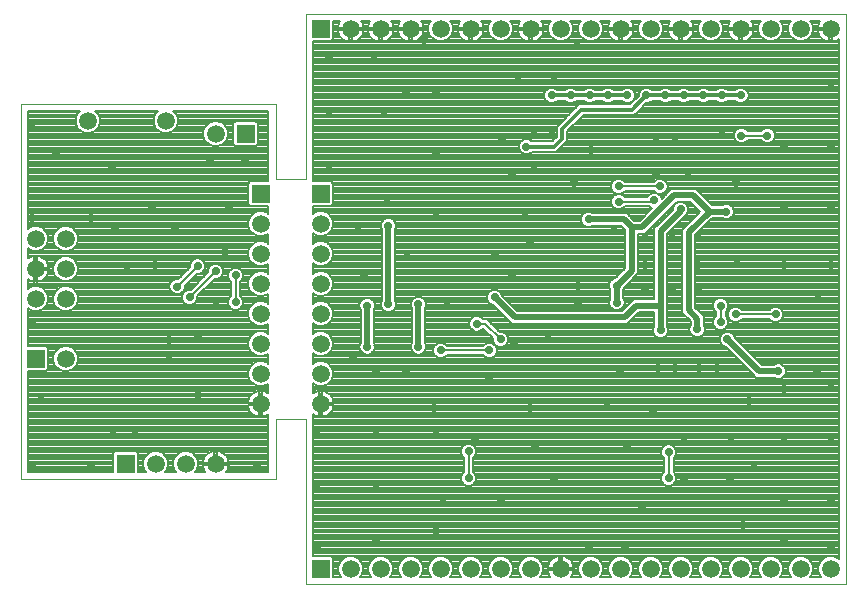
<source format=gbl>
G75*
%MOMM*%
%OFA0B0*%
%FSLAX33Y33*%
%IPPOS*%
%LPD*%
%AMOC8*
5,1,8,0,0,1.08239X$1,22.5*
%
%ADD10C,0.000*%
%ADD11C,1.500*%
%ADD12R,1.500X1.500*%
%ADD13C,0.700*%
%ADD14C,0.200*%
%ADD15C,0.500*%
%ADD16C,0.300*%
D10*
X00354Y09244D02*
X21944Y09244D01*
X21944Y14324D01*
X24484Y14324D01*
X24484Y00354D01*
X70204Y00354D01*
X70204Y48614D01*
X24484Y48614D01*
X24484Y34644D01*
X21944Y34644D01*
X21944Y40994D01*
X00354Y40994D01*
X00354Y09244D01*
D11*
X11784Y10514D03*
X14324Y10514D03*
X16864Y10514D03*
X20674Y15594D03*
X20674Y18134D03*
X20674Y20674D03*
X20674Y23214D03*
X20674Y25754D03*
X20674Y28294D03*
X20674Y30834D03*
X25754Y30834D03*
X25754Y28294D03*
X25754Y25754D03*
X25754Y23214D03*
X25754Y20674D03*
X25754Y18134D03*
X25754Y15594D03*
X28294Y01624D03*
X30834Y01624D03*
X33374Y01624D03*
X35914Y01624D03*
X38454Y01624D03*
X40994Y01624D03*
X43534Y01624D03*
X46074Y01624D03*
X48614Y01624D03*
X51154Y01624D03*
X53694Y01624D03*
X56234Y01624D03*
X58774Y01624D03*
X61314Y01624D03*
X63854Y01624D03*
X66394Y01624D03*
X68934Y01624D03*
X16864Y38454D03*
X12654Y39544D03*
X06054Y39544D03*
X04164Y29564D03*
X01624Y29564D03*
X01624Y27024D03*
X04164Y27024D03*
X04164Y24484D03*
X01624Y24484D03*
X04164Y19404D03*
X28294Y47344D03*
X30834Y47344D03*
X33374Y47344D03*
X35914Y47344D03*
X38454Y47344D03*
X40994Y47344D03*
X43534Y47344D03*
X46074Y47344D03*
X48614Y47344D03*
X51154Y47344D03*
X53694Y47344D03*
X56234Y47344D03*
X58774Y47344D03*
X61314Y47344D03*
X63854Y47344D03*
X66394Y47344D03*
X68934Y47344D03*
D12*
X25754Y47344D03*
X19404Y38454D03*
X20674Y33374D03*
X25754Y33374D03*
X01624Y19404D03*
X09244Y10514D03*
X25754Y01624D03*
D13*
X25484Y03354D03*
X30484Y03854D03*
X35484Y04854D03*
X36134Y07654D03*
X38284Y09304D03*
X38284Y11554D03*
X38784Y12654D03*
X35484Y13354D03*
X35384Y15204D03*
X32984Y18354D03*
X30484Y18354D03*
X28484Y19354D03*
X29684Y20404D03*
X34034Y20404D03*
X35934Y20104D03*
X38984Y22354D03*
X40984Y21054D03*
X42084Y20754D03*
X40034Y20104D03*
X39984Y17854D03*
X43484Y15204D03*
X43934Y12004D03*
X45484Y09304D03*
X40984Y07404D03*
X48484Y03354D03*
X51484Y03404D03*
X52984Y06854D03*
X55234Y09304D03*
X56484Y09304D03*
X55234Y11504D03*
X56534Y12354D03*
X53884Y15004D03*
X51734Y12004D03*
X49984Y15354D03*
X51084Y18404D03*
X54284Y18604D03*
X55784Y18604D03*
X57784Y18604D03*
X59334Y18604D03*
X60184Y21054D03*
X59634Y22504D03*
X60884Y23154D03*
X59634Y23904D03*
X57734Y25104D03*
X55484Y25104D03*
X53234Y25104D03*
X50834Y25604D03*
X50834Y24154D03*
X47534Y24004D03*
X47534Y25604D03*
X44734Y23704D03*
X44984Y21104D03*
X40484Y24604D03*
X41984Y26354D03*
X40484Y28304D03*
X43484Y29354D03*
X43034Y31404D03*
X47184Y34254D03*
X43784Y35404D03*
X41984Y35004D03*
X43184Y37354D03*
X43784Y38354D03*
X45334Y38354D03*
X48684Y37054D03*
X50984Y34004D03*
X50984Y32704D03*
X48434Y31204D03*
X50584Y30254D03*
X53234Y29604D03*
X55484Y29604D03*
X57734Y29604D03*
X57734Y27354D03*
X60984Y27854D03*
X64984Y27354D03*
X68984Y27354D03*
X67833Y24504D03*
X64283Y23154D03*
X64483Y18354D03*
X64984Y16854D03*
X67784Y18354D03*
X68984Y17354D03*
X68984Y12354D03*
X64984Y12354D03*
X62484Y10154D03*
X60434Y09254D03*
X60484Y12354D03*
X61984Y15854D03*
X57634Y21904D03*
X54534Y21804D03*
X53234Y27354D03*
X56234Y32054D03*
X53984Y32804D03*
X54484Y34004D03*
X54184Y35154D03*
X56834Y34804D03*
X55784Y38154D03*
X54184Y38154D03*
X54934Y41704D03*
X53334Y41704D03*
X51734Y41704D03*
X50084Y41704D03*
X48534Y41704D03*
X46934Y41704D03*
X45334Y41704D03*
X45484Y43354D03*
X42484Y43354D03*
X47484Y45854D03*
X56484Y41704D03*
X58134Y41704D03*
X59734Y41704D03*
X61334Y41704D03*
X61384Y38304D03*
X59734Y38354D03*
X63584Y38304D03*
X64984Y37354D03*
X68984Y37354D03*
X68984Y32354D03*
X64984Y32354D03*
X60934Y34304D03*
X60084Y31854D03*
X68984Y42354D03*
X41134Y38004D03*
X35484Y36854D03*
X31084Y40404D03*
X32984Y41854D03*
X35484Y41854D03*
X30234Y45154D03*
X26484Y44854D03*
X26484Y40354D03*
X26484Y35354D03*
X31334Y33004D03*
X31484Y30654D03*
X28884Y30204D03*
X33084Y28054D03*
X29434Y26304D03*
X31484Y24004D03*
X29684Y23904D03*
X34034Y24004D03*
X36484Y23854D03*
X35484Y31854D03*
X19354Y36354D03*
X16354Y36354D03*
X17954Y32354D03*
X13404Y30404D03*
X11504Y32104D03*
X08354Y30354D03*
X06354Y31354D03*
X08054Y35704D03*
X03354Y36704D03*
X01354Y39354D03*
X01354Y31354D03*
X09354Y26854D03*
X11704Y27304D03*
X13604Y25504D03*
X14654Y24604D03*
X16854Y23854D03*
X18554Y24204D03*
X18554Y26454D03*
X16854Y26804D03*
X15354Y27254D03*
X17654Y28404D03*
X15354Y21354D03*
X12954Y20954D03*
X12954Y19704D03*
X15354Y16354D03*
X10004Y13404D03*
X08204Y13404D03*
X06354Y10354D03*
X01354Y10354D03*
X02104Y15904D03*
X01354Y22354D03*
X20354Y10354D03*
X25484Y08354D03*
X30484Y08354D03*
X30484Y13354D03*
X25484Y13354D03*
X61484Y05354D03*
X64984Y03854D03*
X68984Y03354D03*
X68984Y07354D03*
X64984Y07354D03*
X34484Y46354D03*
D14*
X34216Y46625D02*
X34093Y46502D01*
X33953Y46400D01*
X33798Y46321D01*
X33633Y46267D01*
X33474Y46242D01*
X33474Y47244D01*
X33474Y47444D01*
X34476Y47444D01*
X34451Y47603D01*
X34397Y47768D01*
X34318Y47923D01*
X34252Y48014D01*
X35099Y48014D01*
X35024Y47939D01*
X34864Y47553D01*
X34864Y47135D01*
X35024Y46749D01*
X35319Y46454D01*
X35705Y46294D01*
X36123Y46294D01*
X36509Y46454D01*
X36804Y46749D01*
X36964Y47135D01*
X36964Y47553D01*
X36804Y47939D01*
X36729Y48014D01*
X37576Y48014D01*
X37510Y47923D01*
X37431Y47768D01*
X37377Y47603D01*
X37352Y47444D01*
X38354Y47444D01*
X38354Y47244D01*
X38554Y47244D01*
X38554Y47444D01*
X39556Y47444D01*
X39531Y47603D01*
X39477Y47768D01*
X39398Y47923D01*
X39332Y48014D01*
X40179Y48014D01*
X40104Y47939D01*
X39944Y47553D01*
X39944Y47135D01*
X40104Y46749D01*
X40399Y46454D01*
X40785Y46294D01*
X41203Y46294D01*
X41589Y46454D01*
X41884Y46749D01*
X42044Y47135D01*
X42044Y47553D01*
X41884Y47939D01*
X41809Y48014D01*
X42656Y48014D01*
X42590Y47923D01*
X42511Y47768D01*
X42457Y47603D01*
X42432Y47444D01*
X43434Y47444D01*
X43434Y47244D01*
X43634Y47244D01*
X43634Y47444D01*
X44636Y47444D01*
X44611Y47603D01*
X44557Y47768D01*
X44478Y47923D01*
X44412Y48014D01*
X45259Y48014D01*
X45184Y47939D01*
X45024Y47553D01*
X45024Y47135D01*
X45184Y46749D01*
X45479Y46454D01*
X45865Y46294D01*
X46283Y46294D01*
X46669Y46454D01*
X46964Y46749D01*
X47124Y47135D01*
X47124Y47553D01*
X46964Y47939D01*
X46889Y48014D01*
X47799Y48014D01*
X47724Y47939D01*
X47564Y47553D01*
X47564Y47135D01*
X47724Y46749D01*
X48019Y46454D01*
X48405Y46294D01*
X48823Y46294D01*
X49209Y46454D01*
X49504Y46749D01*
X49664Y47135D01*
X49664Y47553D01*
X49504Y47939D01*
X49429Y48014D01*
X50276Y48014D01*
X50210Y47923D01*
X50131Y47768D01*
X50077Y47603D01*
X50052Y47444D01*
X51054Y47444D01*
X51054Y47244D01*
X51254Y47244D01*
X51254Y47444D01*
X52256Y47444D01*
X52231Y47603D01*
X52177Y47768D01*
X52098Y47923D01*
X52032Y48014D01*
X52879Y48014D01*
X52804Y47939D01*
X52644Y47553D01*
X52644Y47135D01*
X52804Y46749D01*
X53099Y46454D01*
X53485Y46294D01*
X53903Y46294D01*
X54289Y46454D01*
X54584Y46749D01*
X54744Y47135D01*
X54744Y47553D01*
X54584Y47939D01*
X54509Y48014D01*
X55356Y48014D01*
X55290Y47923D01*
X55211Y47768D01*
X55157Y47603D01*
X55132Y47444D01*
X56134Y47444D01*
X56134Y47244D01*
X56334Y47244D01*
X56334Y47444D01*
X57336Y47444D01*
X57311Y47603D01*
X57257Y47768D01*
X57178Y47923D01*
X57112Y48014D01*
X57959Y48014D01*
X57884Y47939D01*
X57724Y47553D01*
X57724Y47135D01*
X57884Y46749D01*
X58179Y46454D01*
X58565Y46294D01*
X58983Y46294D01*
X59369Y46454D01*
X59664Y46749D01*
X59824Y47135D01*
X59824Y47553D01*
X59664Y47939D01*
X59589Y48014D01*
X60436Y48014D01*
X60370Y47923D01*
X60291Y47768D01*
X60237Y47603D01*
X60212Y47444D01*
X61214Y47444D01*
X61214Y47244D01*
X61414Y47244D01*
X61414Y47444D01*
X62416Y47444D01*
X62391Y47603D01*
X62337Y47768D01*
X62258Y47923D01*
X62192Y48014D01*
X63039Y48014D01*
X62964Y47939D01*
X62804Y47553D01*
X62804Y47135D01*
X62964Y46749D01*
X63259Y46454D01*
X63645Y46294D01*
X64063Y46294D01*
X64449Y46454D01*
X64744Y46749D01*
X64904Y47135D01*
X64904Y47553D01*
X64744Y47939D01*
X64669Y48014D01*
X65579Y48014D01*
X65504Y47939D01*
X65344Y47553D01*
X65344Y47135D01*
X65504Y46749D01*
X65799Y46454D01*
X66185Y46294D01*
X66603Y46294D01*
X66989Y46454D01*
X67284Y46749D01*
X67444Y47135D01*
X67444Y47553D01*
X67284Y47939D01*
X67209Y48014D01*
X68056Y48014D01*
X67990Y47923D01*
X67911Y47768D01*
X67857Y47603D01*
X67832Y47444D01*
X68834Y47444D01*
X68834Y47244D01*
X67832Y47244D01*
X67857Y47085D01*
X67911Y46920D01*
X67990Y46765D01*
X68092Y46625D01*
X68215Y46502D01*
X68355Y46400D01*
X68510Y46321D01*
X68675Y46267D01*
X68834Y46242D01*
X68834Y47244D01*
X69034Y47244D01*
X69034Y46242D01*
X69193Y46267D01*
X69358Y46321D01*
X69513Y46400D01*
X69604Y46466D01*
X69604Y02439D01*
X69529Y02514D01*
X69143Y02674D01*
X68725Y02674D01*
X68339Y02514D01*
X68044Y02219D01*
X67884Y01833D01*
X67884Y01415D01*
X68044Y01029D01*
X68119Y00954D01*
X67209Y00954D01*
X67284Y01029D01*
X67444Y01415D01*
X67444Y01833D01*
X67284Y02219D01*
X66989Y02514D01*
X66603Y02674D01*
X66185Y02674D01*
X65799Y02514D01*
X65504Y02219D01*
X65344Y01833D01*
X65344Y01415D01*
X65504Y01029D01*
X65579Y00954D01*
X64669Y00954D01*
X64744Y01029D01*
X64904Y01415D01*
X64904Y01833D01*
X64744Y02219D01*
X64449Y02514D01*
X64063Y02674D01*
X63645Y02674D01*
X63259Y02514D01*
X62964Y02219D01*
X62804Y01833D01*
X62804Y01415D01*
X62964Y01029D01*
X63039Y00954D01*
X62129Y00954D01*
X62204Y01029D01*
X62364Y01415D01*
X62364Y01833D01*
X62204Y02219D01*
X61909Y02514D01*
X61523Y02674D01*
X61105Y02674D01*
X60719Y02514D01*
X60424Y02219D01*
X60264Y01833D01*
X60264Y01415D01*
X60424Y01029D01*
X60499Y00954D01*
X59589Y00954D01*
X59664Y01029D01*
X59824Y01415D01*
X59824Y01833D01*
X59664Y02219D01*
X59369Y02514D01*
X58983Y02674D01*
X58565Y02674D01*
X58179Y02514D01*
X57884Y02219D01*
X57724Y01833D01*
X57724Y01415D01*
X57884Y01029D01*
X57959Y00954D01*
X57049Y00954D01*
X57124Y01029D01*
X57284Y01415D01*
X57284Y01833D01*
X57124Y02219D01*
X56829Y02514D01*
X56443Y02674D01*
X56025Y02674D01*
X55639Y02514D01*
X55344Y02219D01*
X55184Y01833D01*
X55184Y01415D01*
X55344Y01029D01*
X55419Y00954D01*
X54509Y00954D01*
X54584Y01029D01*
X54744Y01415D01*
X54744Y01833D01*
X54584Y02219D01*
X54289Y02514D01*
X53903Y02674D01*
X53485Y02674D01*
X53099Y02514D01*
X52804Y02219D01*
X52644Y01833D01*
X52644Y01415D01*
X52804Y01029D01*
X52879Y00954D01*
X51969Y00954D01*
X52044Y01029D01*
X52204Y01415D01*
X52204Y01833D01*
X52044Y02219D01*
X51749Y02514D01*
X51363Y02674D01*
X50945Y02674D01*
X50559Y02514D01*
X50264Y02219D01*
X50104Y01833D01*
X50104Y01415D01*
X50264Y01029D01*
X50339Y00954D01*
X49429Y00954D01*
X49504Y01029D01*
X49664Y01415D01*
X49664Y01833D01*
X49504Y02219D01*
X49209Y02514D01*
X48823Y02674D01*
X48405Y02674D01*
X48019Y02514D01*
X47724Y02219D01*
X47564Y01833D01*
X47564Y01415D01*
X47724Y01029D01*
X47799Y00954D01*
X46952Y00954D01*
X47018Y01045D01*
X47097Y01200D01*
X47151Y01365D01*
X47176Y01524D01*
X46174Y01524D01*
X46174Y01724D01*
X45974Y01724D01*
X45974Y02726D01*
X45815Y02701D01*
X45650Y02647D01*
X45495Y02568D01*
X45355Y02466D01*
X45232Y02343D01*
X45130Y02203D01*
X45051Y02048D01*
X44997Y01883D01*
X44972Y01724D01*
X45974Y01724D01*
X45974Y01524D01*
X44972Y01524D01*
X44997Y01365D01*
X45051Y01200D01*
X45130Y01045D01*
X45196Y00954D01*
X44349Y00954D01*
X44424Y01029D01*
X44584Y01415D01*
X44584Y01833D01*
X44424Y02219D01*
X44129Y02514D01*
X43743Y02674D01*
X43325Y02674D01*
X42939Y02514D01*
X42644Y02219D01*
X42484Y01833D01*
X42484Y01415D01*
X42644Y01029D01*
X42719Y00954D01*
X41809Y00954D01*
X41884Y01029D01*
X42044Y01415D01*
X42044Y01833D01*
X41884Y02219D01*
X41589Y02514D01*
X41203Y02674D01*
X40785Y02674D01*
X40399Y02514D01*
X40104Y02219D01*
X39944Y01833D01*
X39944Y01415D01*
X40104Y01029D01*
X40179Y00954D01*
X39269Y00954D01*
X39344Y01029D01*
X39504Y01415D01*
X39504Y01833D01*
X39344Y02219D01*
X39049Y02514D01*
X38663Y02674D01*
X38245Y02674D01*
X37859Y02514D01*
X37564Y02219D01*
X37404Y01833D01*
X37404Y01415D01*
X37564Y01029D01*
X37639Y00954D01*
X36729Y00954D01*
X36804Y01029D01*
X36964Y01415D01*
X36964Y01833D01*
X36804Y02219D01*
X36509Y02514D01*
X36123Y02674D01*
X35705Y02674D01*
X35319Y02514D01*
X35024Y02219D01*
X34864Y01833D01*
X34864Y01415D01*
X35024Y01029D01*
X35099Y00954D01*
X34189Y00954D01*
X34264Y01029D01*
X34424Y01415D01*
X34424Y01833D01*
X34264Y02219D01*
X33969Y02514D01*
X33583Y02674D01*
X33165Y02674D01*
X32779Y02514D01*
X32484Y02219D01*
X32324Y01833D01*
X32324Y01415D01*
X32484Y01029D01*
X32559Y00954D01*
X31649Y00954D01*
X31724Y01029D01*
X31884Y01415D01*
X31884Y01833D01*
X31724Y02219D01*
X31429Y02514D01*
X31043Y02674D01*
X30625Y02674D01*
X30239Y02514D01*
X29944Y02219D01*
X29784Y01833D01*
X29784Y01415D01*
X29944Y01029D01*
X30019Y00954D01*
X29109Y00954D01*
X29184Y01029D01*
X29344Y01415D01*
X29344Y01833D01*
X29184Y02219D01*
X28889Y02514D01*
X28503Y02674D01*
X28085Y02674D01*
X27699Y02514D01*
X27404Y02219D01*
X27244Y01833D01*
X27244Y01415D01*
X27404Y01029D01*
X27479Y00954D01*
X26804Y00954D01*
X26804Y02498D01*
X26628Y02674D01*
X25084Y02674D01*
X25084Y14716D01*
X25175Y14650D01*
X25330Y14571D01*
X25495Y14517D01*
X25654Y14492D01*
X25654Y15494D01*
X25854Y15494D01*
X25854Y15694D01*
X25654Y15694D01*
X25654Y16696D01*
X25495Y16671D01*
X25330Y16617D01*
X25175Y16538D01*
X25084Y16472D01*
X25084Y17319D01*
X25159Y17244D01*
X25545Y17084D01*
X25963Y17084D01*
X26349Y17244D01*
X26644Y17539D01*
X26804Y17925D01*
X26804Y18343D01*
X26644Y18729D01*
X26349Y19024D01*
X25963Y19184D01*
X25545Y19184D01*
X25159Y19024D01*
X25084Y18949D01*
X25084Y19859D01*
X25159Y19784D01*
X25545Y19624D01*
X25963Y19624D01*
X26349Y19784D01*
X26644Y20079D01*
X26804Y20465D01*
X26804Y20883D01*
X26644Y21269D01*
X26349Y21564D01*
X25963Y21724D01*
X25545Y21724D01*
X25159Y21564D01*
X25084Y21489D01*
X25084Y22399D01*
X25159Y22324D01*
X25545Y22164D01*
X25963Y22164D01*
X26349Y22324D01*
X26644Y22619D01*
X26804Y23005D01*
X26804Y23423D01*
X26644Y23809D01*
X26349Y24104D01*
X25963Y24264D01*
X25545Y24264D01*
X25159Y24104D01*
X25084Y24029D01*
X25084Y24939D01*
X25159Y24864D01*
X25545Y24704D01*
X25963Y24704D01*
X26349Y24864D01*
X26644Y25159D01*
X26804Y25545D01*
X26804Y25963D01*
X26644Y26349D01*
X26349Y26644D01*
X25963Y26804D01*
X25545Y26804D01*
X25159Y26644D01*
X25084Y26569D01*
X25084Y27479D01*
X25159Y27404D01*
X25545Y27244D01*
X25963Y27244D01*
X26349Y27404D01*
X26644Y27699D01*
X26804Y28085D01*
X26804Y28503D01*
X26644Y28889D01*
X26349Y29184D01*
X25963Y29344D01*
X25545Y29344D01*
X25159Y29184D01*
X25084Y29109D01*
X25084Y30019D01*
X25159Y29944D01*
X25545Y29784D01*
X25963Y29784D01*
X26349Y29944D01*
X26644Y30239D01*
X26804Y30625D01*
X26804Y31043D01*
X26644Y31429D01*
X26349Y31724D01*
X25963Y31884D01*
X25545Y31884D01*
X25159Y31724D01*
X25084Y31649D01*
X25084Y32324D01*
X26628Y32324D01*
X26804Y32500D01*
X26804Y34248D01*
X26628Y34424D01*
X25084Y34424D01*
X25084Y46294D01*
X26628Y46294D01*
X26804Y46470D01*
X26804Y48014D01*
X27416Y48014D01*
X27350Y47923D01*
X27271Y47768D01*
X27217Y47603D01*
X27192Y47444D01*
X28194Y47444D01*
X28194Y47244D01*
X28394Y47244D01*
X28394Y47444D01*
X29396Y47444D01*
X29371Y47603D01*
X29317Y47768D01*
X29238Y47923D01*
X29172Y48014D01*
X29956Y48014D01*
X29890Y47923D01*
X29811Y47768D01*
X29757Y47603D01*
X29732Y47444D01*
X30734Y47444D01*
X30734Y47244D01*
X30934Y47244D01*
X30934Y47444D01*
X31936Y47444D01*
X31911Y47603D01*
X31857Y47768D01*
X31778Y47923D01*
X31712Y48014D01*
X32496Y48014D01*
X32430Y47923D01*
X32351Y47768D01*
X32297Y47603D01*
X32272Y47444D01*
X33274Y47444D01*
X33274Y47244D01*
X33474Y47244D01*
X34476Y47244D01*
X34451Y47085D01*
X34397Y46920D01*
X34318Y46765D01*
X34216Y46625D01*
X34196Y46604D02*
X35169Y46604D01*
X35002Y46803D02*
X34337Y46803D01*
X34424Y47001D02*
X34919Y47001D01*
X34864Y47200D02*
X34469Y47200D01*
X34452Y47597D02*
X34882Y47597D01*
X34864Y47398D02*
X33474Y47398D01*
X33474Y47200D02*
X33274Y47200D01*
X33274Y47244D02*
X33274Y46242D01*
X33115Y46267D01*
X32950Y46321D01*
X32795Y46400D01*
X32655Y46502D01*
X32532Y46625D01*
X32430Y46765D01*
X32351Y46920D01*
X32297Y47085D01*
X32272Y47244D01*
X33274Y47244D01*
X33274Y47398D02*
X30934Y47398D01*
X30934Y47244D02*
X31936Y47244D01*
X31911Y47085D01*
X31857Y46920D01*
X31778Y46765D01*
X31676Y46625D01*
X31553Y46502D01*
X31413Y46400D01*
X31258Y46321D01*
X31093Y46267D01*
X30934Y46242D01*
X30934Y47244D01*
X30934Y47200D02*
X30734Y47200D01*
X30734Y47244D02*
X30734Y46242D01*
X30575Y46267D01*
X30410Y46321D01*
X30255Y46400D01*
X30115Y46502D01*
X29992Y46625D01*
X29890Y46765D01*
X29811Y46920D01*
X29757Y47085D01*
X29732Y47244D01*
X30734Y47244D01*
X30734Y47398D02*
X28394Y47398D01*
X28394Y47244D02*
X29396Y47244D01*
X29371Y47085D01*
X29317Y46920D01*
X29238Y46765D01*
X29136Y46625D01*
X29013Y46502D01*
X28873Y46400D01*
X28718Y46321D01*
X28553Y46267D01*
X28394Y46242D01*
X28394Y47244D01*
X28394Y47200D02*
X28194Y47200D01*
X28194Y47244D02*
X28194Y46242D01*
X28035Y46267D01*
X27870Y46321D01*
X27715Y46400D01*
X27575Y46502D01*
X27452Y46625D01*
X27350Y46765D01*
X27271Y46920D01*
X27217Y47085D01*
X27192Y47244D01*
X28194Y47244D01*
X28194Y47398D02*
X26804Y47398D01*
X26804Y47200D02*
X27199Y47200D01*
X27244Y47001D02*
X26804Y47001D01*
X26804Y46803D02*
X27331Y46803D01*
X27472Y46604D02*
X26804Y46604D01*
X26740Y46406D02*
X27707Y46406D01*
X28194Y46406D02*
X28394Y46406D01*
X28394Y46604D02*
X28194Y46604D01*
X28194Y46803D02*
X28394Y46803D01*
X28394Y47001D02*
X28194Y47001D01*
X28881Y46406D02*
X30247Y46406D01*
X30012Y46604D02*
X29116Y46604D01*
X29257Y46803D02*
X29871Y46803D01*
X29784Y47001D02*
X29344Y47001D01*
X29389Y47200D02*
X29739Y47200D01*
X29756Y47597D02*
X29372Y47597D01*
X29303Y47795D02*
X29825Y47795D01*
X29942Y47994D02*
X29186Y47994D01*
X27402Y47994D02*
X26804Y47994D01*
X26804Y47795D02*
X27285Y47795D01*
X27216Y47597D02*
X26804Y47597D01*
X25084Y46207D02*
X69604Y46207D01*
X69604Y46009D02*
X25084Y46009D01*
X25084Y45810D02*
X69604Y45810D01*
X69604Y45612D02*
X25084Y45612D01*
X25084Y45413D02*
X69604Y45413D01*
X69604Y45215D02*
X25084Y45215D01*
X25084Y45016D02*
X69604Y45016D01*
X69604Y44818D02*
X25084Y44818D01*
X25084Y44619D02*
X69604Y44619D01*
X69604Y44421D02*
X25084Y44421D01*
X25084Y44222D02*
X69604Y44222D01*
X69604Y44024D02*
X25084Y44024D01*
X25084Y43825D02*
X69604Y43825D01*
X69604Y43627D02*
X25084Y43627D01*
X25084Y43429D02*
X69604Y43429D01*
X69604Y43230D02*
X25084Y43230D01*
X25084Y43032D02*
X69604Y43032D01*
X69604Y42833D02*
X25084Y42833D01*
X25084Y42635D02*
X69604Y42635D01*
X69604Y42436D02*
X25084Y42436D01*
X25084Y42238D02*
X44948Y42238D01*
X44966Y42255D02*
X44783Y42072D01*
X44684Y41833D01*
X44684Y41575D01*
X44783Y41336D01*
X44966Y41153D01*
X45205Y41054D01*
X45463Y41054D01*
X45702Y41153D01*
X45803Y41254D01*
X46465Y41254D01*
X46566Y41153D01*
X46805Y41054D01*
X47063Y41054D01*
X47302Y41153D01*
X47403Y41254D01*
X48065Y41254D01*
X48166Y41153D01*
X48405Y41054D01*
X48663Y41054D01*
X48902Y41153D01*
X49003Y41254D01*
X49615Y41254D01*
X49716Y41153D01*
X49955Y41054D01*
X50213Y41054D01*
X50452Y41153D01*
X50553Y41254D01*
X51265Y41254D01*
X51366Y41153D01*
X51605Y41054D01*
X51863Y41054D01*
X52102Y41153D01*
X52285Y41336D01*
X52384Y41575D01*
X52384Y41833D01*
X52285Y42072D01*
X52102Y42255D01*
X51863Y42354D01*
X51605Y42354D01*
X51366Y42255D01*
X51265Y42154D01*
X50553Y42154D01*
X50452Y42255D01*
X50213Y42354D01*
X49955Y42354D01*
X49716Y42255D01*
X49615Y42154D01*
X49003Y42154D01*
X48902Y42255D01*
X48663Y42354D01*
X48405Y42354D01*
X48166Y42255D01*
X48065Y42154D01*
X47403Y42154D01*
X47302Y42255D01*
X47063Y42354D01*
X46805Y42354D01*
X46566Y42255D01*
X46465Y42154D01*
X45803Y42154D01*
X45702Y42255D01*
X45463Y42354D01*
X45205Y42354D01*
X44966Y42255D01*
X44769Y42039D02*
X25084Y42039D01*
X25084Y41841D02*
X44687Y41841D01*
X44684Y41642D02*
X25084Y41642D01*
X25084Y41444D02*
X44738Y41444D01*
X44874Y41245D02*
X25084Y41245D01*
X25084Y41047D02*
X52040Y41047D01*
X51948Y40954D02*
X47648Y40954D01*
X45734Y39040D01*
X45734Y38190D01*
X45348Y37804D01*
X43653Y37804D01*
X43552Y37905D01*
X43313Y38004D01*
X43055Y38004D01*
X42816Y37905D01*
X42633Y37722D01*
X42534Y37483D01*
X42534Y37225D01*
X42633Y36986D01*
X42816Y36803D01*
X43055Y36704D01*
X43313Y36704D01*
X43552Y36803D01*
X43653Y36904D01*
X45720Y36904D01*
X46370Y37554D01*
X46634Y37818D01*
X46634Y38668D01*
X48020Y40054D01*
X52320Y40054D01*
X69604Y40054D01*
X69604Y39856D02*
X47822Y39856D01*
X47623Y39657D02*
X69604Y39657D01*
X69604Y39459D02*
X47425Y39459D01*
X47226Y39260D02*
X69604Y39260D01*
X69604Y39062D02*
X47028Y39062D01*
X46829Y38863D02*
X61035Y38863D01*
X61016Y38855D02*
X60833Y38672D01*
X60734Y38433D01*
X60734Y38175D01*
X60833Y37936D01*
X61016Y37753D01*
X61255Y37654D01*
X61513Y37654D01*
X61752Y37753D01*
X61903Y37904D01*
X63065Y37904D01*
X63216Y37753D01*
X63455Y37654D01*
X63713Y37654D01*
X63952Y37753D01*
X64135Y37936D01*
X64234Y38175D01*
X64234Y38433D01*
X64135Y38672D01*
X63952Y38855D01*
X63713Y38954D01*
X63455Y38954D01*
X63216Y38855D01*
X63065Y38704D01*
X61903Y38704D01*
X61752Y38855D01*
X61513Y38954D01*
X61255Y38954D01*
X61016Y38855D01*
X60830Y38665D02*
X46634Y38665D01*
X46634Y38466D02*
X60748Y38466D01*
X60734Y38268D02*
X46634Y38268D01*
X46634Y38069D02*
X60778Y38069D01*
X60898Y37871D02*
X46634Y37871D01*
X46488Y37672D02*
X61211Y37672D01*
X61557Y37672D02*
X63411Y37672D01*
X63757Y37672D02*
X69604Y37672D01*
X69604Y37474D02*
X46290Y37474D01*
X46091Y37275D02*
X69604Y37275D01*
X69604Y37077D02*
X45893Y37077D01*
X45414Y37871D02*
X43587Y37871D01*
X42781Y37871D02*
X25084Y37871D01*
X25084Y38069D02*
X45613Y38069D01*
X45734Y38268D02*
X25084Y38268D01*
X25084Y38466D02*
X45734Y38466D01*
X45734Y38665D02*
X25084Y38665D01*
X25084Y38863D02*
X45734Y38863D01*
X45755Y39062D02*
X25084Y39062D01*
X25084Y39260D02*
X45954Y39260D01*
X46152Y39459D02*
X25084Y39459D01*
X25084Y39657D02*
X46351Y39657D01*
X46549Y39856D02*
X25084Y39856D01*
X25084Y40054D02*
X46748Y40054D01*
X46946Y40253D02*
X25084Y40253D01*
X25084Y40451D02*
X47145Y40451D01*
X47343Y40650D02*
X25084Y40650D01*
X25084Y40848D02*
X47542Y40848D01*
X47394Y41245D02*
X48074Y41245D01*
X48994Y41245D02*
X49624Y41245D01*
X50544Y41245D02*
X51274Y41245D01*
X51948Y40954D02*
X52684Y41690D01*
X52684Y41833D01*
X52783Y42072D01*
X52966Y42255D01*
X53205Y42354D01*
X53463Y42354D01*
X53702Y42255D01*
X53803Y42154D01*
X54465Y42154D01*
X54566Y42255D01*
X54805Y42354D01*
X55063Y42354D01*
X55302Y42255D01*
X55403Y42154D01*
X56015Y42154D01*
X56116Y42255D01*
X56355Y42354D01*
X56613Y42354D01*
X56852Y42255D01*
X56953Y42154D01*
X57665Y42154D01*
X57766Y42255D01*
X58005Y42354D01*
X58263Y42354D01*
X58502Y42255D01*
X58603Y42154D01*
X59265Y42154D01*
X59366Y42255D01*
X59605Y42354D01*
X59863Y42354D01*
X60102Y42255D01*
X60203Y42154D01*
X60865Y42154D01*
X60966Y42255D01*
X61205Y42354D01*
X61463Y42354D01*
X61702Y42255D01*
X61885Y42072D01*
X61984Y41833D01*
X61984Y41575D01*
X61885Y41336D01*
X61702Y41153D01*
X61463Y41054D01*
X61205Y41054D01*
X60966Y41153D01*
X60865Y41254D01*
X60203Y41254D01*
X60102Y41153D01*
X59863Y41054D01*
X59605Y41054D01*
X59366Y41153D01*
X59265Y41254D01*
X58603Y41254D01*
X58502Y41153D01*
X58263Y41054D01*
X58005Y41054D01*
X57766Y41153D01*
X57665Y41254D01*
X56953Y41254D01*
X56852Y41153D01*
X56613Y41054D01*
X56355Y41054D01*
X56116Y41153D01*
X56015Y41254D01*
X55403Y41254D01*
X55302Y41153D01*
X55063Y41054D01*
X54805Y41054D01*
X54566Y41153D01*
X54465Y41254D01*
X53803Y41254D01*
X53702Y41153D01*
X53463Y41054D01*
X53320Y41054D01*
X52584Y40318D01*
X52320Y40054D01*
X52519Y40253D02*
X69604Y40253D01*
X69604Y40451D02*
X52717Y40451D01*
X52916Y40650D02*
X69604Y40650D01*
X69604Y40848D02*
X53114Y40848D01*
X53313Y41047D02*
X69604Y41047D01*
X69604Y41245D02*
X61794Y41245D01*
X61930Y41444D02*
X69604Y41444D01*
X69604Y41642D02*
X61984Y41642D01*
X61981Y41841D02*
X69604Y41841D01*
X69604Y42039D02*
X61899Y42039D01*
X61720Y42238D02*
X69604Y42238D01*
X69604Y38863D02*
X63933Y38863D01*
X64138Y38665D02*
X69604Y38665D01*
X69604Y38466D02*
X64220Y38466D01*
X64234Y38268D02*
X69604Y38268D01*
X69604Y38069D02*
X64190Y38069D01*
X64070Y37871D02*
X69604Y37871D01*
X69604Y36878D02*
X43627Y36878D01*
X42741Y36878D02*
X25084Y36878D01*
X25084Y37077D02*
X42595Y37077D01*
X42534Y37275D02*
X25084Y37275D01*
X25084Y37474D02*
X42534Y37474D01*
X42612Y37672D02*
X25084Y37672D01*
X25084Y36680D02*
X69604Y36680D01*
X69604Y36481D02*
X25084Y36481D01*
X25084Y36283D02*
X69604Y36283D01*
X69604Y36084D02*
X25084Y36084D01*
X25084Y35886D02*
X69604Y35886D01*
X69604Y35687D02*
X25084Y35687D01*
X25084Y35489D02*
X69604Y35489D01*
X69604Y35290D02*
X25084Y35290D01*
X25084Y35092D02*
X69604Y35092D01*
X69604Y34893D02*
X25084Y34893D01*
X25084Y34695D02*
X69604Y34695D01*
X69604Y34496D02*
X54911Y34496D01*
X54852Y34555D02*
X54613Y34654D01*
X54355Y34654D01*
X54116Y34555D01*
X53965Y34404D01*
X51503Y34404D01*
X51352Y34555D01*
X51113Y34654D01*
X50855Y34654D01*
X50616Y34555D01*
X50433Y34372D01*
X50334Y34133D01*
X50334Y33875D01*
X50433Y33636D01*
X50616Y33453D01*
X50855Y33354D01*
X50616Y33255D01*
X50433Y33072D01*
X50334Y32833D01*
X50334Y32575D01*
X50433Y32336D01*
X50616Y32153D01*
X50855Y32054D01*
X51113Y32054D01*
X51352Y32153D01*
X51503Y32304D01*
X53565Y32304D01*
X53616Y32253D01*
X53820Y32168D01*
X52756Y31104D01*
X52312Y31104D01*
X51662Y31754D01*
X48803Y31754D01*
X48802Y31755D01*
X48563Y31854D01*
X48305Y31854D01*
X48066Y31755D01*
X47883Y31572D01*
X47784Y31333D01*
X47784Y31075D01*
X47883Y30836D01*
X48066Y30653D01*
X48305Y30554D01*
X48563Y30554D01*
X48802Y30653D01*
X48803Y30654D01*
X51206Y30654D01*
X51534Y30326D01*
X51534Y27082D01*
X50706Y26254D01*
X50705Y26254D01*
X50466Y26155D01*
X50283Y25972D01*
X50184Y25733D01*
X50184Y25475D01*
X50283Y25236D01*
X50284Y25235D01*
X50284Y24523D01*
X50283Y24522D01*
X50184Y24283D01*
X50184Y24025D01*
X50283Y23786D01*
X50466Y23603D01*
X50705Y23504D01*
X50963Y23504D01*
X51202Y23603D01*
X51385Y23786D01*
X51484Y24025D01*
X51484Y24283D01*
X51385Y24522D01*
X51384Y24523D01*
X51384Y25235D01*
X51385Y25236D01*
X51484Y25475D01*
X51484Y25476D01*
X52634Y26626D01*
X52634Y30004D01*
X53212Y30004D01*
X55912Y32704D01*
X57056Y32704D01*
X57906Y31854D01*
X56706Y30654D01*
X56384Y30332D01*
X56384Y23276D01*
X57084Y22576D01*
X57084Y22273D01*
X57083Y22272D01*
X56984Y22033D01*
X56984Y21775D01*
X57083Y21536D01*
X57266Y21353D01*
X57505Y21254D01*
X57763Y21254D01*
X58002Y21353D01*
X58185Y21536D01*
X58284Y21775D01*
X58284Y22033D01*
X58185Y22272D01*
X58184Y22273D01*
X58184Y23032D01*
X57862Y23354D01*
X57484Y23732D01*
X57484Y29876D01*
X58912Y31304D01*
X59715Y31304D01*
X59716Y31303D01*
X59955Y31204D01*
X60213Y31204D01*
X60452Y31303D01*
X60635Y31486D01*
X60734Y31725D01*
X60734Y31983D01*
X60635Y32222D01*
X60452Y32405D01*
X60213Y32504D01*
X59955Y32504D01*
X59716Y32405D01*
X59715Y32404D01*
X58912Y32404D01*
X57512Y33804D01*
X55456Y33804D01*
X55134Y33482D01*
X54620Y32968D01*
X54535Y33172D01*
X54352Y33355D01*
X54113Y33454D01*
X53855Y33454D01*
X53616Y33355D01*
X53433Y33172D01*
X53405Y33104D01*
X51503Y33104D01*
X51352Y33255D01*
X51113Y33354D01*
X50855Y33354D01*
X51113Y33354D01*
X51352Y33453D01*
X51503Y33604D01*
X53965Y33604D01*
X54116Y33453D01*
X54355Y33354D01*
X54613Y33354D01*
X54852Y33453D01*
X55035Y33636D01*
X55134Y33875D01*
X55134Y34133D01*
X55035Y34372D01*
X54852Y34555D01*
X55066Y34298D02*
X69604Y34298D01*
X69604Y34099D02*
X55134Y34099D01*
X55134Y33901D02*
X69604Y33901D01*
X69604Y33702D02*
X57614Y33702D01*
X57812Y33504D02*
X69604Y33504D01*
X69604Y33305D02*
X58011Y33305D01*
X58209Y33107D02*
X69604Y33107D01*
X69604Y32908D02*
X58408Y32908D01*
X58606Y32709D02*
X69604Y32709D01*
X69604Y32511D02*
X58805Y32511D01*
X57845Y31915D02*
X56880Y31915D01*
X56884Y31925D02*
X56785Y31686D01*
X56784Y31685D01*
X56784Y31676D01*
X55084Y29976D01*
X55084Y22173D01*
X55085Y22172D01*
X55184Y21933D01*
X55184Y21675D01*
X55085Y21436D01*
X54902Y21253D01*
X54663Y21154D01*
X54405Y21154D01*
X54166Y21253D01*
X53983Y21436D01*
X53884Y21675D01*
X53884Y21933D01*
X53983Y22172D01*
X53984Y22173D01*
X53984Y23354D01*
X52712Y23354D01*
X52034Y22676D01*
X51712Y22354D01*
X41956Y22354D01*
X40356Y23954D01*
X40355Y23954D01*
X40116Y24053D01*
X39933Y24236D01*
X39834Y24475D01*
X39834Y24733D01*
X39933Y24972D01*
X40116Y25155D01*
X40355Y25254D01*
X40613Y25254D01*
X40852Y25155D01*
X41035Y24972D01*
X41134Y24733D01*
X41134Y24732D01*
X42412Y23454D01*
X51256Y23454D01*
X52256Y24454D01*
X53984Y24454D01*
X53984Y30432D01*
X54306Y30754D01*
X55584Y32032D01*
X55584Y32183D01*
X55683Y32422D01*
X55866Y32605D01*
X56105Y32704D01*
X56363Y32704D01*
X56602Y32605D01*
X56785Y32422D01*
X56884Y32183D01*
X56884Y31925D01*
X56884Y32114D02*
X57646Y32114D01*
X57448Y32312D02*
X56830Y32312D01*
X56696Y32511D02*
X57249Y32511D01*
X56798Y31717D02*
X57769Y31717D01*
X57571Y31518D02*
X56626Y31518D01*
X56428Y31320D02*
X57372Y31320D01*
X57174Y31121D02*
X56229Y31121D01*
X56031Y30923D02*
X56975Y30923D01*
X56777Y30724D02*
X55832Y30724D01*
X55634Y30526D02*
X56578Y30526D01*
X56384Y30327D02*
X55435Y30327D01*
X55237Y30129D02*
X56384Y30129D01*
X56384Y29930D02*
X55084Y29930D01*
X55084Y29732D02*
X56384Y29732D01*
X56384Y29533D02*
X55084Y29533D01*
X55084Y29335D02*
X56384Y29335D01*
X56384Y29136D02*
X55084Y29136D01*
X55084Y28938D02*
X56384Y28938D01*
X56384Y28739D02*
X55084Y28739D01*
X55084Y28541D02*
X56384Y28541D01*
X56384Y28342D02*
X55084Y28342D01*
X55084Y28144D02*
X56384Y28144D01*
X56384Y27945D02*
X55084Y27945D01*
X55084Y27747D02*
X56384Y27747D01*
X56384Y27548D02*
X55084Y27548D01*
X55084Y27350D02*
X56384Y27350D01*
X56384Y27151D02*
X55084Y27151D01*
X55084Y26953D02*
X56384Y26953D01*
X56384Y26754D02*
X55084Y26754D01*
X55084Y26556D02*
X56384Y26556D01*
X56384Y26357D02*
X55084Y26357D01*
X55084Y26159D02*
X56384Y26159D01*
X56384Y25960D02*
X55084Y25960D01*
X55084Y25762D02*
X56384Y25762D01*
X56384Y25563D02*
X55084Y25563D01*
X55084Y25365D02*
X56384Y25365D01*
X56384Y25166D02*
X55084Y25166D01*
X55084Y24968D02*
X56384Y24968D01*
X56384Y24769D02*
X55084Y24769D01*
X55084Y24571D02*
X56384Y24571D01*
X56384Y24372D02*
X55084Y24372D01*
X55084Y24174D02*
X56384Y24174D01*
X56384Y23975D02*
X55084Y23975D01*
X55084Y23777D02*
X56384Y23777D01*
X56384Y23578D02*
X55084Y23578D01*
X55084Y23380D02*
X56384Y23380D01*
X56479Y23181D02*
X55084Y23181D01*
X55084Y22983D02*
X56677Y22983D01*
X56876Y22784D02*
X55084Y22784D01*
X55084Y22586D02*
X57074Y22586D01*
X57084Y22387D02*
X55084Y22387D01*
X55084Y22189D02*
X57048Y22189D01*
X56984Y21990D02*
X55160Y21990D01*
X55184Y21792D02*
X56984Y21792D01*
X57059Y21594D02*
X55150Y21594D01*
X55044Y21395D02*
X57224Y21395D01*
X58044Y21395D02*
X59622Y21395D01*
X59633Y21422D02*
X59534Y21183D01*
X59534Y20925D01*
X59633Y20686D01*
X59816Y20503D01*
X60055Y20404D01*
X60056Y20404D01*
X62334Y18126D01*
X62656Y17804D01*
X64114Y17804D01*
X64115Y17803D01*
X64354Y17704D01*
X64612Y17704D01*
X64851Y17803D01*
X65034Y17986D01*
X65133Y18225D01*
X65133Y18483D01*
X65034Y18722D01*
X64851Y18905D01*
X64612Y19004D01*
X64354Y19004D01*
X64115Y18905D01*
X64114Y18904D01*
X63112Y18904D01*
X60834Y21182D01*
X60834Y21183D01*
X60735Y21422D01*
X60552Y21605D01*
X60313Y21704D01*
X60055Y21704D01*
X59816Y21605D01*
X59633Y21422D01*
X59804Y21594D02*
X58209Y21594D01*
X58284Y21792D02*
X69604Y21792D01*
X69604Y21990D02*
X60040Y21990D01*
X60002Y21953D02*
X60185Y22136D01*
X60284Y22375D01*
X60284Y22633D01*
X60185Y22872D01*
X60034Y23023D01*
X60034Y23385D01*
X60185Y23536D01*
X60284Y23775D01*
X60284Y24033D01*
X60185Y24272D01*
X60002Y24455D01*
X59763Y24554D01*
X59505Y24554D01*
X59266Y24455D01*
X59083Y24272D01*
X58984Y24033D01*
X58984Y23775D01*
X59083Y23536D01*
X59234Y23385D01*
X59234Y23023D01*
X59083Y22872D01*
X58984Y22633D01*
X58984Y22375D01*
X59083Y22136D01*
X59266Y21953D01*
X59505Y21854D01*
X59763Y21854D01*
X60002Y21953D01*
X60207Y22189D02*
X69604Y22189D01*
X69604Y22387D02*
X60284Y22387D01*
X60284Y22586D02*
X60557Y22586D01*
X60516Y22603D02*
X60755Y22504D01*
X61013Y22504D01*
X61252Y22603D01*
X61403Y22754D01*
X63764Y22754D01*
X63915Y22603D01*
X64154Y22504D01*
X64412Y22504D01*
X64651Y22603D01*
X64834Y22786D01*
X64933Y23025D01*
X64933Y23283D01*
X64834Y23522D01*
X64651Y23705D01*
X64412Y23804D01*
X64154Y23804D01*
X63915Y23705D01*
X63764Y23554D01*
X61403Y23554D01*
X61252Y23705D01*
X61013Y23804D01*
X60755Y23804D01*
X60516Y23705D01*
X60333Y23522D01*
X60234Y23283D01*
X60234Y23025D01*
X60333Y22786D01*
X60516Y22603D01*
X60334Y22784D02*
X60221Y22784D01*
X60251Y22983D02*
X60074Y22983D01*
X60034Y23181D02*
X60234Y23181D01*
X60274Y23380D02*
X60034Y23380D01*
X60203Y23578D02*
X60389Y23578D01*
X60284Y23777D02*
X60690Y23777D01*
X61078Y23777D02*
X64089Y23777D01*
X63788Y23578D02*
X61379Y23578D01*
X60884Y23154D02*
X64283Y23154D01*
X64893Y23380D02*
X69604Y23380D01*
X69604Y23181D02*
X64933Y23181D01*
X64916Y22983D02*
X69604Y22983D01*
X69604Y22784D02*
X64833Y22784D01*
X64610Y22586D02*
X69604Y22586D01*
X69604Y21594D02*
X60564Y21594D01*
X60746Y21395D02*
X69604Y21395D01*
X69604Y21197D02*
X60829Y21197D01*
X61018Y20998D02*
X69604Y20998D01*
X69604Y20800D02*
X61216Y20800D01*
X61415Y20601D02*
X69604Y20601D01*
X69604Y20403D02*
X61613Y20403D01*
X61812Y20204D02*
X69604Y20204D01*
X69604Y20006D02*
X62010Y20006D01*
X62209Y19807D02*
X69604Y19807D01*
X69604Y19609D02*
X62407Y19609D01*
X62606Y19410D02*
X69604Y19410D01*
X69604Y19212D02*
X62804Y19212D01*
X63003Y19013D02*
X69604Y19013D01*
X69604Y18815D02*
X64942Y18815D01*
X65078Y18616D02*
X69604Y18616D01*
X69604Y18418D02*
X65133Y18418D01*
X65131Y18219D02*
X69604Y18219D01*
X69604Y18021D02*
X65048Y18021D01*
X64870Y17822D02*
X69604Y17822D01*
X69604Y17624D02*
X26679Y17624D01*
X26761Y17822D02*
X62638Y17822D01*
X62440Y18021D02*
X26804Y18021D01*
X26804Y18219D02*
X62241Y18219D01*
X62043Y18418D02*
X26773Y18418D01*
X26691Y18616D02*
X61844Y18616D01*
X61646Y18815D02*
X26558Y18815D01*
X26360Y19013D02*
X61447Y19013D01*
X61249Y19212D02*
X25084Y19212D01*
X25084Y19410D02*
X61050Y19410D01*
X60852Y19609D02*
X40458Y19609D01*
X40402Y19553D02*
X40585Y19736D01*
X40684Y19975D01*
X40684Y20233D01*
X40585Y20472D01*
X40402Y20655D01*
X40163Y20754D01*
X39905Y20754D01*
X39666Y20655D01*
X39515Y20504D01*
X36453Y20504D01*
X36302Y20655D01*
X36063Y20754D01*
X35805Y20754D01*
X35566Y20655D01*
X35383Y20472D01*
X35284Y20233D01*
X35284Y19975D01*
X35383Y19736D01*
X35566Y19553D01*
X35805Y19454D01*
X36063Y19454D01*
X36302Y19553D01*
X36453Y19704D01*
X39515Y19704D01*
X39666Y19553D01*
X39905Y19454D01*
X40163Y19454D01*
X40402Y19553D01*
X40615Y19807D02*
X60653Y19807D01*
X60455Y20006D02*
X40684Y20006D01*
X40684Y20204D02*
X60256Y20204D01*
X60058Y20403D02*
X40614Y20403D01*
X40616Y20503D02*
X40855Y20404D01*
X41113Y20404D01*
X41352Y20503D01*
X41535Y20686D01*
X41634Y20925D01*
X41634Y21183D01*
X41535Y21422D01*
X41352Y21605D01*
X41113Y21704D01*
X40900Y21704D01*
X39850Y22754D01*
X39503Y22754D01*
X39352Y22905D01*
X39113Y23004D01*
X38855Y23004D01*
X38616Y22905D01*
X38433Y22722D01*
X38334Y22483D01*
X38334Y22225D01*
X38433Y21986D01*
X38616Y21803D01*
X38855Y21704D01*
X39113Y21704D01*
X39352Y21803D01*
X39503Y21954D01*
X39518Y21954D01*
X40334Y21138D01*
X40334Y20925D01*
X40433Y20686D01*
X40616Y20503D01*
X40518Y20601D02*
X40456Y20601D01*
X40386Y20800D02*
X34584Y20800D01*
X34584Y20773D02*
X34584Y23635D01*
X34585Y23636D01*
X34684Y23875D01*
X34684Y24133D01*
X34585Y24372D01*
X34402Y24555D01*
X34163Y24654D01*
X33905Y24654D01*
X33666Y24555D01*
X33483Y24372D01*
X33384Y24133D01*
X33384Y23875D01*
X33483Y23636D01*
X33484Y23635D01*
X33484Y20773D01*
X33483Y20772D01*
X33384Y20533D01*
X33384Y20275D01*
X33483Y20036D01*
X33666Y19853D01*
X33905Y19754D01*
X34163Y19754D01*
X34402Y19853D01*
X34585Y20036D01*
X34684Y20275D01*
X34684Y20533D01*
X34585Y20772D01*
X34584Y20773D01*
X34656Y20601D02*
X35512Y20601D01*
X35354Y20403D02*
X34684Y20403D01*
X34655Y20204D02*
X35284Y20204D01*
X35284Y20006D02*
X34555Y20006D01*
X34291Y19807D02*
X35353Y19807D01*
X35510Y19609D02*
X25084Y19609D01*
X25084Y19807D02*
X25136Y19807D01*
X25148Y19013D02*
X25084Y19013D01*
X26372Y19807D02*
X29427Y19807D01*
X29316Y19853D02*
X29555Y19754D01*
X29813Y19754D01*
X30052Y19853D01*
X30235Y20036D01*
X30334Y20275D01*
X30334Y20533D01*
X30235Y20772D01*
X30234Y20773D01*
X30234Y23535D01*
X30235Y23536D01*
X30334Y23775D01*
X30334Y24033D01*
X30235Y24272D01*
X30052Y24455D01*
X29813Y24554D01*
X29555Y24554D01*
X29316Y24455D01*
X29133Y24272D01*
X29034Y24033D01*
X29034Y23775D01*
X29133Y23536D01*
X29134Y23535D01*
X29134Y20773D01*
X29133Y20772D01*
X29034Y20533D01*
X29034Y20275D01*
X29133Y20036D01*
X29316Y19853D01*
X29163Y20006D02*
X26570Y20006D01*
X26696Y20204D02*
X29063Y20204D01*
X29034Y20403D02*
X26778Y20403D01*
X26804Y20601D02*
X29062Y20601D01*
X29134Y20800D02*
X26804Y20800D01*
X26756Y20998D02*
X29134Y20998D01*
X29134Y21197D02*
X26674Y21197D01*
X26518Y21395D02*
X29134Y21395D01*
X29134Y21594D02*
X26278Y21594D01*
X26023Y22189D02*
X29134Y22189D01*
X29134Y22387D02*
X26412Y22387D01*
X26611Y22586D02*
X29134Y22586D01*
X29134Y22784D02*
X26713Y22784D01*
X26795Y22983D02*
X29134Y22983D01*
X29134Y23181D02*
X26804Y23181D01*
X26804Y23380D02*
X29134Y23380D01*
X29115Y23578D02*
X26740Y23578D01*
X26657Y23777D02*
X29034Y23777D01*
X29034Y23975D02*
X26477Y23975D01*
X26180Y24174D02*
X29092Y24174D01*
X29233Y24372D02*
X25084Y24372D01*
X25084Y24174D02*
X25328Y24174D01*
X25084Y24571D02*
X30934Y24571D01*
X30934Y24373D02*
X30933Y24372D01*
X30834Y24133D01*
X30834Y23875D01*
X30933Y23636D01*
X31116Y23453D01*
X31355Y23354D01*
X31613Y23354D01*
X31852Y23453D01*
X32035Y23636D01*
X32134Y23875D01*
X32134Y24133D01*
X32035Y24372D01*
X32034Y24373D01*
X32034Y30285D01*
X32035Y30286D01*
X32134Y30525D01*
X32134Y30783D01*
X32035Y31022D01*
X31852Y31205D01*
X31613Y31304D01*
X31355Y31304D01*
X31116Y31205D01*
X30933Y31022D01*
X30834Y30783D01*
X30834Y30525D01*
X30933Y30286D01*
X30934Y30285D01*
X30934Y24373D01*
X30933Y24372D02*
X30135Y24372D01*
X30276Y24174D02*
X30851Y24174D01*
X30834Y23975D02*
X30334Y23975D01*
X30334Y23777D02*
X30874Y23777D01*
X30990Y23578D02*
X30253Y23578D01*
X30234Y23380D02*
X31292Y23380D01*
X31676Y23380D02*
X33484Y23380D01*
X33484Y23181D02*
X30234Y23181D01*
X30234Y22983D02*
X33484Y22983D01*
X33484Y22784D02*
X30234Y22784D01*
X30234Y22586D02*
X33484Y22586D01*
X33484Y22387D02*
X30234Y22387D01*
X30234Y22189D02*
X33484Y22189D01*
X33484Y21990D02*
X30234Y21990D01*
X30234Y21792D02*
X33484Y21792D01*
X33484Y21594D02*
X30234Y21594D01*
X30234Y21395D02*
X33484Y21395D01*
X33484Y21197D02*
X30234Y21197D01*
X30234Y20998D02*
X33484Y20998D01*
X33484Y20800D02*
X30234Y20800D01*
X30306Y20601D02*
X33412Y20601D01*
X33384Y20403D02*
X30334Y20403D01*
X30305Y20204D02*
X33413Y20204D01*
X33513Y20006D02*
X30205Y20006D01*
X29941Y19807D02*
X33777Y19807D01*
X34584Y20998D02*
X40334Y20998D01*
X40276Y21197D02*
X34584Y21197D01*
X34584Y21395D02*
X40077Y21395D01*
X39879Y21594D02*
X34584Y21594D01*
X34584Y21792D02*
X38642Y21792D01*
X38431Y21990D02*
X34584Y21990D01*
X34584Y22189D02*
X38349Y22189D01*
X38334Y22387D02*
X34584Y22387D01*
X34584Y22586D02*
X38377Y22586D01*
X38495Y22784D02*
X34584Y22784D01*
X34584Y22983D02*
X38804Y22983D01*
X39164Y22983D02*
X41327Y22983D01*
X41129Y23181D02*
X34584Y23181D01*
X34584Y23380D02*
X40930Y23380D01*
X40732Y23578D02*
X34584Y23578D01*
X34644Y23777D02*
X40533Y23777D01*
X40303Y23975D02*
X34684Y23975D01*
X34667Y24174D02*
X39995Y24174D01*
X39876Y24372D02*
X34585Y24372D01*
X34364Y24571D02*
X39834Y24571D01*
X39849Y24769D02*
X32034Y24769D01*
X32034Y24571D02*
X33704Y24571D01*
X33483Y24372D02*
X32035Y24372D01*
X32117Y24174D02*
X33401Y24174D01*
X33384Y23975D02*
X32134Y23975D01*
X32094Y23777D02*
X33424Y23777D01*
X33484Y23578D02*
X31978Y23578D01*
X32034Y24968D02*
X39931Y24968D01*
X40143Y25166D02*
X32034Y25166D01*
X32034Y25365D02*
X50229Y25365D01*
X50184Y25563D02*
X32034Y25563D01*
X32034Y25762D02*
X50196Y25762D01*
X50278Y25960D02*
X32034Y25960D01*
X32034Y26159D02*
X50475Y26159D01*
X50810Y26357D02*
X32034Y26357D01*
X32034Y26556D02*
X51008Y26556D01*
X51207Y26754D02*
X32034Y26754D01*
X32034Y26953D02*
X51405Y26953D01*
X51534Y27151D02*
X32034Y27151D01*
X32034Y27350D02*
X51534Y27350D01*
X51534Y27548D02*
X32034Y27548D01*
X32034Y27747D02*
X51534Y27747D01*
X51534Y27945D02*
X32034Y27945D01*
X32034Y28144D02*
X51534Y28144D01*
X51534Y28342D02*
X32034Y28342D01*
X32034Y28541D02*
X51534Y28541D01*
X51534Y28739D02*
X32034Y28739D01*
X32034Y28938D02*
X51534Y28938D01*
X51534Y29136D02*
X32034Y29136D01*
X32034Y29335D02*
X51534Y29335D01*
X51534Y29533D02*
X32034Y29533D01*
X32034Y29732D02*
X51534Y29732D01*
X51534Y29930D02*
X32034Y29930D01*
X32034Y30129D02*
X51534Y30129D01*
X51533Y30327D02*
X32052Y30327D01*
X32134Y30526D02*
X51334Y30526D01*
X52096Y31320D02*
X52972Y31320D01*
X52774Y31121D02*
X52294Y31121D01*
X51897Y31518D02*
X53171Y31518D01*
X53369Y31717D02*
X51699Y31717D01*
X51258Y32114D02*
X53766Y32114D01*
X53568Y31915D02*
X25084Y31915D01*
X25084Y31717D02*
X25152Y31717D01*
X25084Y32114D02*
X50710Y32114D01*
X50456Y32312D02*
X25084Y32312D01*
X26356Y31717D02*
X48028Y31717D01*
X47861Y31518D02*
X26554Y31518D01*
X26689Y31320D02*
X47784Y31320D01*
X47784Y31121D02*
X31936Y31121D01*
X32076Y30923D02*
X47847Y30923D01*
X47994Y30724D02*
X32134Y30724D01*
X31032Y31121D02*
X26771Y31121D01*
X26804Y30923D02*
X30892Y30923D01*
X30834Y30724D02*
X26804Y30724D01*
X26763Y30526D02*
X30834Y30526D01*
X30916Y30327D02*
X26681Y30327D01*
X26534Y30129D02*
X30934Y30129D01*
X30934Y29930D02*
X26317Y29930D01*
X25985Y29335D02*
X30934Y29335D01*
X30934Y29136D02*
X26396Y29136D01*
X26595Y28938D02*
X30934Y28938D01*
X30934Y28739D02*
X26706Y28739D01*
X26788Y28541D02*
X30934Y28541D01*
X30934Y28342D02*
X26804Y28342D01*
X26804Y28144D02*
X30934Y28144D01*
X30934Y27945D02*
X26746Y27945D01*
X26664Y27747D02*
X30934Y27747D01*
X30934Y27548D02*
X26493Y27548D01*
X26219Y27350D02*
X30934Y27350D01*
X30934Y27151D02*
X25084Y27151D01*
X25084Y26953D02*
X30934Y26953D01*
X30934Y26754D02*
X26082Y26754D01*
X26437Y26556D02*
X30934Y26556D01*
X30934Y26357D02*
X26635Y26357D01*
X26723Y26159D02*
X30934Y26159D01*
X30934Y25960D02*
X26804Y25960D01*
X26804Y25762D02*
X30934Y25762D01*
X30934Y25563D02*
X26804Y25563D01*
X26729Y25365D02*
X30934Y25365D01*
X30934Y25166D02*
X26647Y25166D01*
X26453Y24968D02*
X30934Y24968D01*
X30934Y24769D02*
X26121Y24769D01*
X25387Y24769D02*
X25084Y24769D01*
X25084Y26754D02*
X25426Y26754D01*
X25289Y27350D02*
X25084Y27350D01*
X25084Y29136D02*
X25112Y29136D01*
X25084Y29335D02*
X25523Y29335D01*
X25084Y29533D02*
X30934Y29533D01*
X30934Y29732D02*
X25084Y29732D01*
X25084Y29930D02*
X25191Y29930D01*
X26804Y32511D02*
X50360Y32511D01*
X50334Y32709D02*
X26804Y32709D01*
X26804Y32908D02*
X50365Y32908D01*
X50467Y33107D02*
X26804Y33107D01*
X26804Y33305D02*
X50736Y33305D01*
X50565Y33504D02*
X26804Y33504D01*
X26804Y33702D02*
X50406Y33702D01*
X50334Y33901D02*
X26804Y33901D01*
X26804Y34099D02*
X50334Y34099D01*
X50402Y34298D02*
X26755Y34298D01*
X25084Y34496D02*
X50557Y34496D01*
X50984Y34004D02*
X54484Y34004D01*
X54057Y34496D02*
X51411Y34496D01*
X51403Y33504D02*
X54065Y33504D01*
X54402Y33305D02*
X54957Y33305D01*
X54903Y33504D02*
X55156Y33504D01*
X55062Y33702D02*
X55354Y33702D01*
X54759Y33107D02*
X54562Y33107D01*
X53984Y32804D02*
X53884Y32704D01*
X50984Y32704D01*
X51501Y33107D02*
X53406Y33107D01*
X53566Y33305D02*
X51232Y33305D01*
X54131Y30923D02*
X54475Y30923D01*
X54329Y31121D02*
X54674Y31121D01*
X54528Y31320D02*
X54872Y31320D01*
X54726Y31518D02*
X55071Y31518D01*
X54925Y31717D02*
X55269Y31717D01*
X55123Y31915D02*
X55468Y31915D01*
X55584Y32114D02*
X55322Y32114D01*
X55520Y32312D02*
X55638Y32312D01*
X55719Y32511D02*
X55772Y32511D01*
X58531Y30923D02*
X69604Y30923D01*
X69604Y31121D02*
X58729Y31121D01*
X58332Y30724D02*
X69604Y30724D01*
X69604Y30526D02*
X58134Y30526D01*
X57935Y30327D02*
X69604Y30327D01*
X69604Y30129D02*
X57737Y30129D01*
X57538Y29930D02*
X69604Y29930D01*
X69604Y29732D02*
X57484Y29732D01*
X57484Y29533D02*
X69604Y29533D01*
X69604Y29335D02*
X57484Y29335D01*
X57484Y29136D02*
X69604Y29136D01*
X69604Y28938D02*
X57484Y28938D01*
X57484Y28739D02*
X69604Y28739D01*
X69604Y28541D02*
X57484Y28541D01*
X57484Y28342D02*
X69604Y28342D01*
X69604Y28144D02*
X57484Y28144D01*
X57484Y27945D02*
X69604Y27945D01*
X69604Y27747D02*
X57484Y27747D01*
X57484Y27548D02*
X69604Y27548D01*
X69604Y27350D02*
X57484Y27350D01*
X57484Y27151D02*
X69604Y27151D01*
X69604Y26953D02*
X57484Y26953D01*
X57484Y26754D02*
X69604Y26754D01*
X69604Y26556D02*
X57484Y26556D01*
X57484Y26357D02*
X69604Y26357D01*
X69604Y26159D02*
X57484Y26159D01*
X57484Y25960D02*
X69604Y25960D01*
X69604Y25762D02*
X57484Y25762D01*
X57484Y25563D02*
X69604Y25563D01*
X69604Y25365D02*
X57484Y25365D01*
X57484Y25166D02*
X69604Y25166D01*
X69604Y24968D02*
X57484Y24968D01*
X57484Y24769D02*
X69604Y24769D01*
X69604Y24571D02*
X57484Y24571D01*
X57484Y24372D02*
X59183Y24372D01*
X59042Y24174D02*
X57484Y24174D01*
X57484Y23975D02*
X58984Y23975D01*
X58984Y23777D02*
X57484Y23777D01*
X57637Y23578D02*
X59065Y23578D01*
X59234Y23380D02*
X57836Y23380D01*
X58034Y23181D02*
X59234Y23181D01*
X59194Y22983D02*
X58184Y22983D01*
X58184Y22784D02*
X59047Y22784D01*
X58984Y22586D02*
X58184Y22586D01*
X58184Y22387D02*
X58984Y22387D01*
X59061Y22189D02*
X58220Y22189D01*
X58284Y21990D02*
X59228Y21990D01*
X59634Y22504D02*
X59634Y23904D01*
X60085Y24372D02*
X69604Y24372D01*
X69604Y24174D02*
X60226Y24174D01*
X60284Y23975D02*
X69604Y23975D01*
X69604Y23777D02*
X64477Y23777D01*
X64778Y23578D02*
X69604Y23578D01*
X63956Y22586D02*
X61211Y22586D01*
X59539Y21197D02*
X54766Y21197D01*
X54302Y21197D02*
X41629Y21197D01*
X41634Y20998D02*
X59534Y20998D01*
X59586Y20800D02*
X41582Y20800D01*
X41450Y20601D02*
X59718Y20601D01*
X54024Y21395D02*
X41546Y21395D01*
X41364Y21594D02*
X53918Y21594D01*
X53884Y21792D02*
X40812Y21792D01*
X40613Y21990D02*
X53908Y21990D01*
X53984Y22189D02*
X40415Y22189D01*
X40216Y22387D02*
X41923Y22387D01*
X41724Y22586D02*
X40018Y22586D01*
X39684Y22354D02*
X38984Y22354D01*
X39473Y22784D02*
X41526Y22784D01*
X42287Y23578D02*
X50525Y23578D01*
X50292Y23777D02*
X42089Y23777D01*
X41890Y23975D02*
X50204Y23975D01*
X50184Y24174D02*
X41692Y24174D01*
X41493Y24372D02*
X50221Y24372D01*
X50284Y24571D02*
X41295Y24571D01*
X41119Y24769D02*
X50284Y24769D01*
X50284Y24968D02*
X41037Y24968D01*
X40825Y25166D02*
X50284Y25166D01*
X51384Y25166D02*
X53984Y25166D01*
X53984Y24968D02*
X51384Y24968D01*
X51384Y24769D02*
X53984Y24769D01*
X53984Y24571D02*
X51384Y24571D01*
X51447Y24372D02*
X52175Y24372D01*
X51976Y24174D02*
X51484Y24174D01*
X51464Y23975D02*
X51778Y23975D01*
X51579Y23777D02*
X51376Y23777D01*
X51381Y23578D02*
X51143Y23578D01*
X51944Y22586D02*
X53984Y22586D01*
X53984Y22784D02*
X52142Y22784D01*
X52341Y22983D02*
X53984Y22983D01*
X53984Y23181D02*
X52539Y23181D01*
X51745Y22387D02*
X53984Y22387D01*
X53984Y25365D02*
X51439Y25365D01*
X51571Y25563D02*
X53984Y25563D01*
X53984Y25762D02*
X51770Y25762D01*
X51968Y25960D02*
X53984Y25960D01*
X53984Y26159D02*
X52167Y26159D01*
X52365Y26357D02*
X53984Y26357D01*
X53984Y26556D02*
X52564Y26556D01*
X52634Y26754D02*
X53984Y26754D01*
X53984Y26953D02*
X52634Y26953D01*
X52634Y27151D02*
X53984Y27151D01*
X53984Y27350D02*
X52634Y27350D01*
X52634Y27548D02*
X53984Y27548D01*
X53984Y27747D02*
X52634Y27747D01*
X52634Y27945D02*
X53984Y27945D01*
X53984Y28144D02*
X52634Y28144D01*
X52634Y28342D02*
X53984Y28342D01*
X53984Y28541D02*
X52634Y28541D01*
X52634Y28739D02*
X53984Y28739D01*
X53984Y28938D02*
X52634Y28938D01*
X52634Y29136D02*
X53984Y29136D01*
X53984Y29335D02*
X52634Y29335D01*
X52634Y29533D02*
X53984Y29533D01*
X53984Y29732D02*
X52634Y29732D01*
X52634Y29930D02*
X53984Y29930D01*
X53984Y30129D02*
X53337Y30129D01*
X53535Y30327D02*
X53984Y30327D01*
X54078Y30526D02*
X53734Y30526D01*
X53932Y30724D02*
X54277Y30724D01*
X60469Y31320D02*
X69604Y31320D01*
X69604Y31518D02*
X60649Y31518D01*
X60731Y31717D02*
X69604Y31717D01*
X69604Y31915D02*
X60734Y31915D01*
X60680Y32114D02*
X69604Y32114D01*
X69604Y32312D02*
X60545Y32312D01*
X61870Y37871D02*
X63098Y37871D01*
X63584Y38304D02*
X61384Y38304D01*
X61733Y38863D02*
X63235Y38863D01*
X60874Y41245D02*
X60194Y41245D01*
X59274Y41245D02*
X58594Y41245D01*
X57674Y41245D02*
X56944Y41245D01*
X56024Y41245D02*
X55394Y41245D01*
X54474Y41245D02*
X53794Y41245D01*
X53720Y42238D02*
X54548Y42238D01*
X55320Y42238D02*
X56098Y42238D01*
X56870Y42238D02*
X57748Y42238D01*
X58520Y42238D02*
X59348Y42238D01*
X60120Y42238D02*
X60948Y42238D01*
X61214Y46242D02*
X61214Y47244D01*
X60212Y47244D01*
X60237Y47085D01*
X60291Y46920D01*
X60370Y46765D01*
X60472Y46625D01*
X60595Y46502D01*
X60735Y46400D01*
X60890Y46321D01*
X61055Y46267D01*
X61214Y46242D01*
X61214Y46406D02*
X61414Y46406D01*
X61414Y46242D02*
X61573Y46267D01*
X61738Y46321D01*
X61893Y46400D01*
X62033Y46502D01*
X62156Y46625D01*
X62258Y46765D01*
X62337Y46920D01*
X62391Y47085D01*
X62416Y47244D01*
X61414Y47244D01*
X61414Y46242D01*
X61414Y46604D02*
X61214Y46604D01*
X61214Y46803D02*
X61414Y46803D01*
X61414Y47001D02*
X61214Y47001D01*
X61214Y47200D02*
X61414Y47200D01*
X61414Y47398D02*
X62804Y47398D01*
X62804Y47200D02*
X62409Y47200D01*
X62364Y47001D02*
X62859Y47001D01*
X62942Y46803D02*
X62277Y46803D01*
X62136Y46604D02*
X63109Y46604D01*
X63375Y46406D02*
X61901Y46406D01*
X60727Y46406D02*
X59253Y46406D01*
X59519Y46604D02*
X60492Y46604D01*
X60351Y46803D02*
X59686Y46803D01*
X59769Y47001D02*
X60264Y47001D01*
X60219Y47200D02*
X59824Y47200D01*
X59824Y47398D02*
X61214Y47398D01*
X60305Y47795D02*
X59723Y47795D01*
X59806Y47597D02*
X60236Y47597D01*
X60422Y47994D02*
X59609Y47994D01*
X57939Y47994D02*
X57126Y47994D01*
X57243Y47795D02*
X57825Y47795D01*
X57742Y47597D02*
X57312Y47597D01*
X57336Y47244D02*
X56334Y47244D01*
X56334Y46242D01*
X56493Y46267D01*
X56658Y46321D01*
X56813Y46400D01*
X56953Y46502D01*
X57076Y46625D01*
X57178Y46765D01*
X57257Y46920D01*
X57311Y47085D01*
X57336Y47244D01*
X57329Y47200D02*
X57724Y47200D01*
X57724Y47398D02*
X56334Y47398D01*
X56334Y47200D02*
X56134Y47200D01*
X56134Y47244D02*
X56134Y46242D01*
X55975Y46267D01*
X55810Y46321D01*
X55655Y46400D01*
X55515Y46502D01*
X55392Y46625D01*
X55290Y46765D01*
X55211Y46920D01*
X55157Y47085D01*
X55132Y47244D01*
X56134Y47244D01*
X56134Y47398D02*
X54744Y47398D01*
X54744Y47200D02*
X55139Y47200D01*
X55184Y47001D02*
X54689Y47001D01*
X54606Y46803D02*
X55271Y46803D01*
X55412Y46604D02*
X54439Y46604D01*
X54173Y46406D02*
X55647Y46406D01*
X56134Y46406D02*
X56334Y46406D01*
X56334Y46604D02*
X56134Y46604D01*
X56134Y46803D02*
X56334Y46803D01*
X56334Y47001D02*
X56134Y47001D01*
X56821Y46406D02*
X58295Y46406D01*
X58029Y46604D02*
X57056Y46604D01*
X57197Y46803D02*
X57862Y46803D01*
X57779Y47001D02*
X57284Y47001D01*
X55342Y47994D02*
X54529Y47994D01*
X54643Y47795D02*
X55225Y47795D01*
X55156Y47597D02*
X54726Y47597D01*
X52949Y46604D02*
X51976Y46604D01*
X51996Y46625D02*
X52098Y46765D01*
X52177Y46920D01*
X52231Y47085D01*
X52256Y47244D01*
X51254Y47244D01*
X51254Y46242D01*
X51413Y46267D01*
X51578Y46321D01*
X51733Y46400D01*
X51873Y46502D01*
X51996Y46625D01*
X52117Y46803D02*
X52782Y46803D01*
X52699Y47001D02*
X52204Y47001D01*
X52249Y47200D02*
X52644Y47200D01*
X52644Y47398D02*
X51254Y47398D01*
X51254Y47200D02*
X51054Y47200D01*
X51054Y47244D02*
X51054Y46242D01*
X50895Y46267D01*
X50730Y46321D01*
X50575Y46400D01*
X50435Y46502D01*
X50312Y46625D01*
X50210Y46765D01*
X50131Y46920D01*
X50077Y47085D01*
X50052Y47244D01*
X51054Y47244D01*
X51054Y47398D02*
X49664Y47398D01*
X49664Y47200D02*
X50059Y47200D01*
X50104Y47001D02*
X49609Y47001D01*
X49526Y46803D02*
X50191Y46803D01*
X50332Y46604D02*
X49359Y46604D01*
X49093Y46406D02*
X50567Y46406D01*
X51054Y46406D02*
X51254Y46406D01*
X51254Y46604D02*
X51054Y46604D01*
X51054Y46803D02*
X51254Y46803D01*
X51254Y47001D02*
X51054Y47001D01*
X51741Y46406D02*
X53215Y46406D01*
X52662Y47597D02*
X52232Y47597D01*
X52163Y47795D02*
X52745Y47795D01*
X52859Y47994D02*
X52046Y47994D01*
X50262Y47994D02*
X49449Y47994D01*
X49563Y47795D02*
X50145Y47795D01*
X50076Y47597D02*
X49646Y47597D01*
X47779Y47994D02*
X46909Y47994D01*
X47023Y47795D02*
X47665Y47795D01*
X47582Y47597D02*
X47106Y47597D01*
X47124Y47398D02*
X47564Y47398D01*
X47564Y47200D02*
X47124Y47200D01*
X47069Y47001D02*
X47619Y47001D01*
X47702Y46803D02*
X46986Y46803D01*
X46819Y46604D02*
X47869Y46604D01*
X48135Y46406D02*
X46553Y46406D01*
X45595Y46406D02*
X44121Y46406D01*
X44113Y46400D02*
X44253Y46502D01*
X44376Y46625D01*
X44478Y46765D01*
X44557Y46920D01*
X44611Y47085D01*
X44636Y47244D01*
X43634Y47244D01*
X43634Y46242D01*
X43793Y46267D01*
X43958Y46321D01*
X44113Y46400D01*
X44356Y46604D02*
X45329Y46604D01*
X45162Y46803D02*
X44497Y46803D01*
X44584Y47001D02*
X45079Y47001D01*
X45024Y47200D02*
X44629Y47200D01*
X44612Y47597D02*
X45042Y47597D01*
X45024Y47398D02*
X43634Y47398D01*
X43634Y47200D02*
X43434Y47200D01*
X43434Y47244D02*
X43434Y46242D01*
X43275Y46267D01*
X43110Y46321D01*
X42955Y46400D01*
X42815Y46502D01*
X42692Y46625D01*
X42590Y46765D01*
X42511Y46920D01*
X42457Y47085D01*
X42432Y47244D01*
X43434Y47244D01*
X43434Y47398D02*
X42044Y47398D01*
X42044Y47200D02*
X42439Y47200D01*
X42484Y47001D02*
X41989Y47001D01*
X41906Y46803D02*
X42571Y46803D01*
X42712Y46604D02*
X41739Y46604D01*
X41473Y46406D02*
X42947Y46406D01*
X43434Y46406D02*
X43634Y46406D01*
X43634Y46604D02*
X43434Y46604D01*
X43434Y46803D02*
X43634Y46803D01*
X43634Y47001D02*
X43434Y47001D01*
X42456Y47597D02*
X42026Y47597D01*
X41943Y47795D02*
X42525Y47795D01*
X42642Y47994D02*
X41829Y47994D01*
X40159Y47994D02*
X39346Y47994D01*
X39463Y47795D02*
X40045Y47795D01*
X39962Y47597D02*
X39532Y47597D01*
X39556Y47244D02*
X38554Y47244D01*
X38554Y46242D01*
X38713Y46267D01*
X38878Y46321D01*
X39033Y46400D01*
X39173Y46502D01*
X39296Y46625D01*
X39398Y46765D01*
X39477Y46920D01*
X39531Y47085D01*
X39556Y47244D01*
X39549Y47200D02*
X39944Y47200D01*
X39944Y47398D02*
X38554Y47398D01*
X38554Y47200D02*
X38354Y47200D01*
X38354Y47244D02*
X38354Y46242D01*
X38195Y46267D01*
X38030Y46321D01*
X37875Y46400D01*
X37735Y46502D01*
X37612Y46625D01*
X37510Y46765D01*
X37431Y46920D01*
X37377Y47085D01*
X37352Y47244D01*
X38354Y47244D01*
X38354Y47398D02*
X36964Y47398D01*
X36964Y47200D02*
X37359Y47200D01*
X37404Y47001D02*
X36909Y47001D01*
X36826Y46803D02*
X37491Y46803D01*
X37632Y46604D02*
X36659Y46604D01*
X36393Y46406D02*
X37867Y46406D01*
X38354Y46406D02*
X38554Y46406D01*
X38554Y46604D02*
X38354Y46604D01*
X38354Y46803D02*
X38554Y46803D01*
X38554Y47001D02*
X38354Y47001D01*
X39041Y46406D02*
X40515Y46406D01*
X40249Y46604D02*
X39276Y46604D01*
X39417Y46803D02*
X40082Y46803D01*
X39999Y47001D02*
X39504Y47001D01*
X37445Y47795D02*
X36863Y47795D01*
X36946Y47597D02*
X37376Y47597D01*
X37562Y47994D02*
X36749Y47994D01*
X35079Y47994D02*
X34266Y47994D01*
X34383Y47795D02*
X34965Y47795D01*
X33474Y47001D02*
X33274Y47001D01*
X33274Y46803D02*
X33474Y46803D01*
X33474Y46604D02*
X33274Y46604D01*
X33274Y46406D02*
X33474Y46406D01*
X33961Y46406D02*
X35435Y46406D01*
X32787Y46406D02*
X31421Y46406D01*
X31656Y46604D02*
X32552Y46604D01*
X32411Y46803D02*
X31797Y46803D01*
X31884Y47001D02*
X32324Y47001D01*
X32279Y47200D02*
X31929Y47200D01*
X31912Y47597D02*
X32296Y47597D01*
X32365Y47795D02*
X31843Y47795D01*
X31726Y47994D02*
X32482Y47994D01*
X30934Y47001D02*
X30734Y47001D01*
X30734Y46803D02*
X30934Y46803D01*
X30934Y46604D02*
X30734Y46604D01*
X30734Y46406D02*
X30934Y46406D01*
X21309Y40394D02*
X21309Y34424D01*
X19800Y34424D01*
X19624Y34248D01*
X19624Y32500D01*
X19800Y32324D01*
X21309Y32324D01*
X21309Y31684D01*
X21269Y31724D01*
X20883Y31884D01*
X20465Y31884D01*
X20079Y31724D01*
X19784Y31429D01*
X19624Y31043D01*
X19624Y30625D01*
X19784Y30239D01*
X20079Y29944D01*
X20465Y29784D01*
X20883Y29784D01*
X21269Y29944D01*
X21309Y29984D01*
X21309Y29144D01*
X21269Y29184D01*
X20883Y29344D01*
X20465Y29344D01*
X20079Y29184D01*
X19784Y28889D01*
X19624Y28503D01*
X19624Y28085D01*
X19784Y27699D01*
X20079Y27404D01*
X20465Y27244D01*
X20883Y27244D01*
X21269Y27404D01*
X21309Y27444D01*
X21309Y26604D01*
X21269Y26644D01*
X20883Y26804D01*
X20465Y26804D01*
X20079Y26644D01*
X19784Y26349D01*
X19624Y25963D01*
X19624Y25545D01*
X19784Y25159D01*
X20079Y24864D01*
X20465Y24704D01*
X20883Y24704D01*
X21269Y24864D01*
X21309Y24904D01*
X21309Y24064D01*
X21269Y24104D01*
X20883Y24264D01*
X20465Y24264D01*
X20079Y24104D01*
X19784Y23809D01*
X19624Y23423D01*
X19624Y23005D01*
X19784Y22619D01*
X20079Y22324D01*
X20465Y22164D01*
X20883Y22164D01*
X21269Y22324D01*
X21309Y22364D01*
X21309Y21524D01*
X21269Y21564D01*
X20883Y21724D01*
X20465Y21724D01*
X20079Y21564D01*
X19784Y21269D01*
X19624Y20883D01*
X19624Y20465D01*
X19784Y20079D01*
X20079Y19784D01*
X20465Y19624D01*
X20883Y19624D01*
X21269Y19784D01*
X21309Y19824D01*
X21309Y18984D01*
X21269Y19024D01*
X20883Y19184D01*
X20465Y19184D01*
X20079Y19024D01*
X19784Y18729D01*
X19624Y18343D01*
X19624Y17925D01*
X19784Y17539D01*
X20079Y17244D01*
X20465Y17084D01*
X20883Y17084D01*
X21269Y17244D01*
X21309Y17284D01*
X21309Y16497D01*
X21253Y16538D01*
X21098Y16617D01*
X20933Y16671D01*
X20774Y16696D01*
X20774Y15694D01*
X20574Y15694D01*
X20574Y16696D01*
X20415Y16671D01*
X20250Y16617D01*
X20095Y16538D01*
X19955Y16436D01*
X19832Y16313D01*
X19730Y16173D01*
X19651Y16018D01*
X19597Y15853D01*
X19572Y15694D01*
X20574Y15694D01*
X20574Y15494D01*
X20774Y15494D01*
X20774Y14492D01*
X20933Y14517D01*
X21098Y14571D01*
X21253Y14650D01*
X21309Y14691D01*
X21309Y09844D01*
X17742Y09844D01*
X17808Y09935D01*
X17887Y10090D01*
X17941Y10255D01*
X17966Y10414D01*
X16964Y10414D01*
X16964Y10614D01*
X17966Y10614D01*
X17941Y10773D01*
X17887Y10938D01*
X17808Y11093D01*
X17706Y11233D01*
X17583Y11356D01*
X17443Y11458D01*
X17288Y11537D01*
X17123Y11591D01*
X16964Y11616D01*
X16964Y10614D01*
X16764Y10614D01*
X16764Y11616D01*
X16605Y11591D01*
X16440Y11537D01*
X16285Y11458D01*
X16145Y11356D01*
X16022Y11233D01*
X15920Y11093D01*
X15841Y10938D01*
X15787Y10773D01*
X15762Y10614D01*
X16764Y10614D01*
X16764Y10414D01*
X15762Y10414D01*
X15787Y10255D01*
X15841Y10090D01*
X15920Y09935D01*
X15986Y09844D01*
X15139Y09844D01*
X15214Y09919D01*
X15374Y10305D01*
X15374Y10723D01*
X15214Y11109D01*
X14919Y11404D01*
X14533Y11564D01*
X14115Y11564D01*
X13729Y11404D01*
X13434Y11109D01*
X13274Y10723D01*
X13274Y10305D01*
X13434Y09919D01*
X13509Y09844D01*
X12599Y09844D01*
X12674Y09919D01*
X12834Y10305D01*
X12834Y10723D01*
X12674Y11109D01*
X12379Y11404D01*
X11993Y11564D01*
X11575Y11564D01*
X11189Y11404D01*
X10894Y11109D01*
X10734Y10723D01*
X10734Y10305D01*
X10894Y09919D01*
X10969Y09844D01*
X10294Y09844D01*
X10294Y11388D01*
X10118Y11564D01*
X08370Y11564D01*
X08194Y11388D01*
X08194Y09844D01*
X00954Y09844D01*
X00954Y18354D01*
X02498Y18354D01*
X02674Y18530D01*
X02674Y20278D01*
X02498Y20454D01*
X00954Y20454D01*
X00954Y23669D01*
X01029Y23594D01*
X01415Y23434D01*
X01833Y23434D01*
X02219Y23594D01*
X02514Y23889D01*
X02674Y24275D01*
X02674Y24693D01*
X02514Y25079D01*
X02219Y25374D01*
X01833Y25534D01*
X01415Y25534D01*
X01029Y25374D01*
X00954Y25299D01*
X00954Y26146D01*
X01045Y26080D01*
X01200Y26001D01*
X01365Y25947D01*
X01524Y25922D01*
X01524Y26924D01*
X01724Y26924D01*
X01724Y27124D01*
X01524Y27124D01*
X01524Y28126D01*
X01365Y28101D01*
X01200Y28047D01*
X01045Y27968D01*
X00954Y27902D01*
X00954Y28749D01*
X01029Y28674D01*
X01415Y28514D01*
X01833Y28514D01*
X02219Y28674D01*
X02514Y28969D01*
X02674Y29355D01*
X02674Y29773D01*
X02514Y30159D01*
X02219Y30454D01*
X01833Y30614D01*
X01415Y30614D01*
X01029Y30454D01*
X00954Y30379D01*
X00954Y40394D01*
X05419Y40394D01*
X05164Y40139D01*
X05004Y39753D01*
X05004Y39335D01*
X05164Y38949D01*
X05459Y38654D01*
X05845Y38494D01*
X06263Y38494D01*
X06649Y38654D01*
X06944Y38949D01*
X07104Y39335D01*
X07104Y39753D01*
X06944Y40139D01*
X06689Y40394D01*
X12019Y40394D01*
X11764Y40139D01*
X11604Y39753D01*
X11604Y39335D01*
X11764Y38949D01*
X12059Y38654D01*
X12445Y38494D01*
X12863Y38494D01*
X13249Y38654D01*
X13544Y38949D01*
X13704Y39335D01*
X13704Y39753D01*
X13544Y40139D01*
X13289Y40394D01*
X21309Y40394D01*
X21309Y40253D02*
X13430Y40253D01*
X13579Y40054D02*
X21309Y40054D01*
X21309Y39856D02*
X13661Y39856D01*
X13704Y39657D02*
X21309Y39657D01*
X21309Y39459D02*
X20324Y39459D01*
X20278Y39504D02*
X18530Y39504D01*
X18354Y39328D01*
X18354Y37580D01*
X18530Y37404D01*
X20278Y37404D01*
X20454Y37580D01*
X20454Y39328D01*
X20278Y39504D01*
X20454Y39260D02*
X21309Y39260D01*
X21309Y39062D02*
X20454Y39062D01*
X20454Y38863D02*
X21309Y38863D01*
X21309Y38665D02*
X20454Y38665D01*
X20454Y38466D02*
X21309Y38466D01*
X21309Y38268D02*
X20454Y38268D01*
X20454Y38069D02*
X21309Y38069D01*
X21309Y37871D02*
X20454Y37871D01*
X20454Y37672D02*
X21309Y37672D01*
X21309Y37474D02*
X20348Y37474D01*
X21309Y37275D02*
X00954Y37275D01*
X00954Y37474D02*
X16487Y37474D01*
X16655Y37404D02*
X17073Y37404D01*
X17459Y37564D01*
X17754Y37859D01*
X17914Y38245D01*
X17914Y38663D01*
X17754Y39049D01*
X17459Y39344D01*
X17073Y39504D01*
X16655Y39504D01*
X16269Y39344D01*
X15974Y39049D01*
X15814Y38663D01*
X15814Y38245D01*
X15974Y37859D01*
X16269Y37564D01*
X16655Y37404D01*
X16161Y37672D02*
X00954Y37672D01*
X00954Y37871D02*
X15969Y37871D01*
X15887Y38069D02*
X00954Y38069D01*
X00954Y38268D02*
X15814Y38268D01*
X15814Y38466D02*
X00954Y38466D01*
X00954Y38665D02*
X05449Y38665D01*
X05250Y38863D02*
X00954Y38863D01*
X00954Y39062D02*
X05117Y39062D01*
X05035Y39260D02*
X00954Y39260D01*
X00954Y39459D02*
X05004Y39459D01*
X05004Y39657D02*
X00954Y39657D01*
X00954Y39856D02*
X05047Y39856D01*
X05129Y40054D02*
X00954Y40054D01*
X00954Y40253D02*
X05278Y40253D01*
X06830Y40253D02*
X11878Y40253D01*
X11729Y40054D02*
X06979Y40054D01*
X07061Y39856D02*
X11647Y39856D01*
X11604Y39657D02*
X07104Y39657D01*
X07104Y39459D02*
X11604Y39459D01*
X11635Y39260D02*
X07073Y39260D01*
X06991Y39062D02*
X11717Y39062D01*
X11850Y38863D02*
X06858Y38863D01*
X06659Y38665D02*
X12049Y38665D01*
X13259Y38665D02*
X15815Y38665D01*
X15897Y38863D02*
X13458Y38863D01*
X13591Y39062D02*
X15987Y39062D01*
X16185Y39260D02*
X13673Y39260D01*
X13704Y39459D02*
X16545Y39459D01*
X17183Y39459D02*
X18484Y39459D01*
X18354Y39260D02*
X17543Y39260D01*
X17741Y39062D02*
X18354Y39062D01*
X18354Y38863D02*
X17831Y38863D01*
X17913Y38665D02*
X18354Y38665D01*
X18354Y38466D02*
X17914Y38466D01*
X17914Y38268D02*
X18354Y38268D01*
X18354Y38069D02*
X17841Y38069D01*
X17759Y37871D02*
X18354Y37871D01*
X18354Y37672D02*
X17567Y37672D01*
X17241Y37474D02*
X18460Y37474D01*
X21309Y37077D02*
X00954Y37077D01*
X00954Y36878D02*
X21309Y36878D01*
X21309Y36680D02*
X00954Y36680D01*
X00954Y36481D02*
X21309Y36481D01*
X21309Y36283D02*
X00954Y36283D01*
X00954Y36084D02*
X21309Y36084D01*
X21309Y35886D02*
X00954Y35886D01*
X00954Y35687D02*
X21309Y35687D01*
X21309Y35489D02*
X00954Y35489D01*
X00954Y35290D02*
X21309Y35290D01*
X21309Y35092D02*
X00954Y35092D01*
X00954Y34893D02*
X21309Y34893D01*
X21309Y34695D02*
X00954Y34695D01*
X00954Y34496D02*
X21309Y34496D01*
X19673Y34298D02*
X00954Y34298D01*
X00954Y34099D02*
X19624Y34099D01*
X19624Y33901D02*
X00954Y33901D01*
X00954Y33702D02*
X19624Y33702D01*
X19624Y33504D02*
X00954Y33504D01*
X00954Y33305D02*
X19624Y33305D01*
X19624Y33107D02*
X00954Y33107D01*
X00954Y32908D02*
X19624Y32908D01*
X19624Y32709D02*
X00954Y32709D01*
X00954Y32511D02*
X19624Y32511D01*
X20072Y31717D02*
X00954Y31717D01*
X00954Y31518D02*
X19874Y31518D01*
X19739Y31320D02*
X00954Y31320D01*
X00954Y31121D02*
X19657Y31121D01*
X19624Y30923D02*
X00954Y30923D01*
X00954Y30724D02*
X19624Y30724D01*
X19665Y30526D02*
X04585Y30526D01*
X04759Y30454D02*
X04373Y30614D01*
X03955Y30614D01*
X03569Y30454D01*
X03274Y30159D01*
X03114Y29773D01*
X03114Y29355D01*
X03274Y28969D01*
X03569Y28674D01*
X03955Y28514D01*
X04373Y28514D01*
X04759Y28674D01*
X05054Y28969D01*
X05214Y29355D01*
X05214Y29773D01*
X05054Y30159D01*
X04759Y30454D01*
X04885Y30327D02*
X19747Y30327D01*
X19894Y30129D02*
X05066Y30129D01*
X05149Y29930D02*
X20111Y29930D01*
X20443Y29335D02*
X05206Y29335D01*
X05214Y29533D02*
X21309Y29533D01*
X21309Y29335D02*
X20905Y29335D01*
X21309Y29732D02*
X05214Y29732D01*
X05123Y29136D02*
X20032Y29136D01*
X19833Y28938D02*
X05023Y28938D01*
X04824Y28739D02*
X19722Y28739D01*
X19640Y28541D02*
X04438Y28541D01*
X04373Y28074D02*
X03955Y28074D01*
X03569Y27914D01*
X03274Y27619D01*
X03114Y27233D01*
X03114Y26815D01*
X03274Y26429D01*
X03569Y26134D01*
X03955Y25974D01*
X04373Y25974D01*
X04759Y26134D01*
X05054Y26429D01*
X05214Y26815D01*
X05214Y27233D01*
X05054Y27619D01*
X04759Y27914D01*
X04373Y28074D01*
X04683Y27945D02*
X19682Y27945D01*
X19624Y28144D02*
X00954Y28144D01*
X00954Y28342D02*
X19624Y28342D01*
X19764Y27747D02*
X15780Y27747D01*
X15722Y27805D02*
X15483Y27904D01*
X15225Y27904D01*
X14986Y27805D01*
X14803Y27622D01*
X14704Y27383D01*
X14704Y27170D01*
X13688Y26154D01*
X13475Y26154D01*
X13236Y26055D01*
X13053Y25872D01*
X12954Y25633D01*
X12954Y25375D01*
X13053Y25136D01*
X13236Y24953D01*
X13475Y24854D01*
X13733Y24854D01*
X13972Y24953D01*
X14155Y25136D01*
X14254Y25375D01*
X14254Y25588D01*
X15270Y26604D01*
X15483Y26604D01*
X15722Y26703D01*
X15905Y26886D01*
X16004Y27125D01*
X16004Y27383D01*
X15905Y27622D01*
X15722Y27805D01*
X15936Y27548D02*
X19935Y27548D01*
X20209Y27350D02*
X17227Y27350D01*
X17222Y27355D02*
X16983Y27454D01*
X16725Y27454D01*
X16486Y27355D01*
X16303Y27172D01*
X16204Y26933D01*
X16204Y26720D01*
X14738Y25254D01*
X14525Y25254D01*
X14286Y25155D01*
X14103Y24972D01*
X14004Y24733D01*
X14004Y24475D01*
X14103Y24236D01*
X14286Y24053D01*
X14525Y23954D01*
X14783Y23954D01*
X15022Y24053D01*
X15205Y24236D01*
X15304Y24475D01*
X15304Y24688D01*
X16770Y26154D01*
X16983Y26154D01*
X17222Y26253D01*
X17405Y26436D01*
X17504Y26675D01*
X17504Y26933D01*
X17405Y27172D01*
X17222Y27355D01*
X17414Y27151D02*
X21309Y27151D01*
X21309Y26953D02*
X18974Y26953D01*
X18922Y27005D02*
X18683Y27104D01*
X18425Y27104D01*
X18186Y27005D01*
X18003Y26822D01*
X17904Y26583D01*
X17904Y26325D01*
X18003Y26086D01*
X18154Y25935D01*
X18154Y24723D01*
X18003Y24572D01*
X17904Y24333D01*
X17904Y24075D01*
X18003Y23836D01*
X18186Y23653D01*
X18425Y23554D01*
X18683Y23554D01*
X18922Y23653D01*
X19105Y23836D01*
X19204Y24075D01*
X19204Y24333D01*
X19105Y24572D01*
X18954Y24723D01*
X18954Y25935D01*
X19105Y26086D01*
X19204Y26325D01*
X19204Y26583D01*
X19105Y26822D01*
X18922Y27005D01*
X19133Y26754D02*
X20346Y26754D01*
X19991Y26556D02*
X19204Y26556D01*
X19204Y26357D02*
X19793Y26357D01*
X19705Y26159D02*
X19135Y26159D01*
X18980Y25960D02*
X19624Y25960D01*
X19624Y25762D02*
X18954Y25762D01*
X18954Y25563D02*
X19624Y25563D01*
X19699Y25365D02*
X18954Y25365D01*
X18954Y25166D02*
X19781Y25166D01*
X19975Y24968D02*
X18954Y24968D01*
X18954Y24769D02*
X20307Y24769D01*
X20248Y24174D02*
X19204Y24174D01*
X19188Y24372D02*
X21309Y24372D01*
X21309Y24174D02*
X21100Y24174D01*
X21309Y24571D02*
X19106Y24571D01*
X18554Y24204D02*
X18554Y26454D01*
X18128Y25960D02*
X16576Y25960D01*
X16378Y25762D02*
X18154Y25762D01*
X18154Y25563D02*
X16179Y25563D01*
X15981Y25365D02*
X18154Y25365D01*
X18154Y25166D02*
X15782Y25166D01*
X15584Y24968D02*
X18154Y24968D01*
X18154Y24769D02*
X15385Y24769D01*
X15304Y24571D02*
X18002Y24571D01*
X17920Y24372D02*
X15262Y24372D01*
X15143Y24174D02*
X17904Y24174D01*
X17945Y23975D02*
X14835Y23975D01*
X14473Y23975D02*
X05090Y23975D01*
X05054Y23889D02*
X05214Y24275D01*
X05214Y24693D01*
X05054Y25079D01*
X04759Y25374D01*
X04373Y25534D01*
X03955Y25534D01*
X03569Y25374D01*
X03274Y25079D01*
X03114Y24693D01*
X03114Y24275D01*
X03274Y23889D01*
X03569Y23594D01*
X03955Y23434D01*
X04373Y23434D01*
X04759Y23594D01*
X05054Y23889D01*
X04942Y23777D02*
X18062Y23777D01*
X18366Y23578D02*
X04722Y23578D01*
X05172Y24174D02*
X14165Y24174D01*
X14046Y24372D02*
X05214Y24372D01*
X05214Y24571D02*
X14004Y24571D01*
X14019Y24769D02*
X05182Y24769D01*
X05100Y24968D02*
X13221Y24968D01*
X13040Y25166D02*
X04966Y25166D01*
X04768Y25365D02*
X12958Y25365D01*
X12954Y25563D02*
X00954Y25563D01*
X00954Y25365D02*
X01020Y25365D01*
X00954Y25762D02*
X13007Y25762D01*
X13141Y25960D02*
X01923Y25960D01*
X01883Y25947D02*
X02048Y26001D01*
X02203Y26080D01*
X02343Y26182D01*
X02466Y26305D01*
X02568Y26445D01*
X02647Y26600D01*
X02701Y26765D01*
X02726Y26924D01*
X01724Y26924D01*
X01724Y25922D01*
X01883Y25947D01*
X01724Y25960D02*
X01524Y25960D01*
X01524Y26159D02*
X01724Y26159D01*
X01724Y26357D02*
X01524Y26357D01*
X01524Y26556D02*
X01724Y26556D01*
X01724Y26754D02*
X01524Y26754D01*
X01724Y26953D02*
X03114Y26953D01*
X03114Y27151D02*
X02722Y27151D01*
X02726Y27124D02*
X02701Y27283D01*
X02647Y27448D01*
X02568Y27603D01*
X02466Y27743D01*
X02343Y27866D01*
X02203Y27968D01*
X02048Y28047D01*
X01883Y28101D01*
X01724Y28126D01*
X01724Y27124D01*
X02726Y27124D01*
X02679Y27350D02*
X03163Y27350D01*
X03245Y27548D02*
X02596Y27548D01*
X02462Y27747D02*
X03402Y27747D01*
X03645Y27945D02*
X02234Y27945D01*
X01724Y27945D02*
X01524Y27945D01*
X01524Y27747D02*
X01724Y27747D01*
X01724Y27548D02*
X01524Y27548D01*
X01524Y27350D02*
X01724Y27350D01*
X01724Y27151D02*
X01524Y27151D01*
X02697Y26754D02*
X03139Y26754D01*
X03221Y26556D02*
X02625Y26556D01*
X02504Y26357D02*
X03346Y26357D01*
X03544Y26159D02*
X02312Y26159D01*
X02228Y25365D02*
X03560Y25365D01*
X03362Y25166D02*
X02426Y25166D01*
X02560Y24968D02*
X03228Y24968D01*
X03146Y24769D02*
X02642Y24769D01*
X02674Y24571D02*
X03114Y24571D01*
X03114Y24372D02*
X02674Y24372D01*
X02632Y24174D02*
X03156Y24174D01*
X03238Y23975D02*
X02550Y23975D01*
X02402Y23777D02*
X03386Y23777D01*
X03606Y23578D02*
X02182Y23578D01*
X01066Y23578D02*
X00954Y23578D01*
X00954Y23380D02*
X19624Y23380D01*
X19624Y23181D02*
X00954Y23181D01*
X00954Y22983D02*
X19633Y22983D01*
X19715Y22784D02*
X00954Y22784D01*
X00954Y22586D02*
X19817Y22586D01*
X20016Y22387D02*
X00954Y22387D01*
X00954Y22189D02*
X20405Y22189D01*
X20943Y22189D02*
X21309Y22189D01*
X21309Y21990D02*
X00954Y21990D01*
X00954Y21792D02*
X21309Y21792D01*
X21309Y21594D02*
X21198Y21594D01*
X20150Y21594D02*
X00954Y21594D01*
X00954Y21395D02*
X19910Y21395D01*
X19754Y21197D02*
X00954Y21197D01*
X00954Y20998D02*
X19672Y20998D01*
X19624Y20800D02*
X00954Y20800D01*
X00954Y20601D02*
X19624Y20601D01*
X19650Y20403D02*
X04497Y20403D01*
X04373Y20454D02*
X03955Y20454D01*
X03569Y20294D01*
X03274Y19999D01*
X03114Y19613D01*
X03114Y19195D01*
X03274Y18809D01*
X03569Y18514D01*
X03955Y18354D01*
X04373Y18354D01*
X04759Y18514D01*
X05054Y18809D01*
X05214Y19195D01*
X05214Y19613D01*
X05054Y19999D01*
X04759Y20294D01*
X04373Y20454D01*
X04849Y20204D02*
X19732Y20204D01*
X19858Y20006D02*
X05047Y20006D01*
X05134Y19807D02*
X20056Y19807D01*
X20068Y19013D02*
X05139Y19013D01*
X05214Y19212D02*
X21309Y19212D01*
X21309Y19410D02*
X05214Y19410D01*
X05214Y19609D02*
X21309Y19609D01*
X21292Y19807D02*
X21309Y19807D01*
X21280Y19013D02*
X21309Y19013D01*
X19870Y18815D02*
X05056Y18815D01*
X04861Y18616D02*
X19737Y18616D01*
X19655Y18418D02*
X04526Y18418D01*
X03802Y18418D02*
X02562Y18418D01*
X02674Y18616D02*
X03467Y18616D01*
X03272Y18815D02*
X02674Y18815D01*
X02674Y19013D02*
X03189Y19013D01*
X03114Y19212D02*
X02674Y19212D01*
X02674Y19410D02*
X03114Y19410D01*
X03114Y19609D02*
X02674Y19609D01*
X02674Y19807D02*
X03194Y19807D01*
X03281Y20006D02*
X02674Y20006D01*
X02674Y20204D02*
X03479Y20204D01*
X03831Y20403D02*
X02550Y20403D01*
X00954Y18219D02*
X19624Y18219D01*
X19624Y18021D02*
X00954Y18021D01*
X00954Y17822D02*
X19667Y17822D01*
X19749Y17624D02*
X00954Y17624D01*
X00954Y17425D02*
X19898Y17425D01*
X20121Y17227D02*
X00954Y17227D01*
X00954Y17028D02*
X21309Y17028D01*
X21309Y16830D02*
X00954Y16830D01*
X00954Y16631D02*
X20293Y16631D01*
X20574Y16631D02*
X20774Y16631D01*
X20774Y16433D02*
X20574Y16433D01*
X20574Y16234D02*
X20774Y16234D01*
X20774Y16035D02*
X20574Y16035D01*
X20574Y15837D02*
X20774Y15837D01*
X20574Y15638D02*
X00954Y15638D01*
X00954Y15440D02*
X19581Y15440D01*
X19572Y15494D02*
X19597Y15335D01*
X19651Y15170D01*
X19730Y15015D01*
X19832Y14875D01*
X19955Y14752D01*
X20095Y14650D01*
X20250Y14571D01*
X20415Y14517D01*
X20574Y14492D01*
X20574Y15494D01*
X19572Y15494D01*
X19628Y15241D02*
X00954Y15241D01*
X00954Y15043D02*
X19716Y15043D01*
X19862Y14844D02*
X00954Y14844D01*
X00954Y14646D02*
X20103Y14646D01*
X20574Y14646D02*
X20774Y14646D01*
X20774Y14844D02*
X20574Y14844D01*
X20574Y15043D02*
X20774Y15043D01*
X20774Y15241D02*
X20574Y15241D01*
X20574Y15440D02*
X20774Y15440D01*
X21245Y14646D02*
X21309Y14646D01*
X21309Y14447D02*
X00954Y14447D01*
X00954Y14249D02*
X21309Y14249D01*
X21309Y14050D02*
X00954Y14050D01*
X00954Y13852D02*
X21309Y13852D01*
X21309Y13653D02*
X00954Y13653D01*
X00954Y13455D02*
X21309Y13455D01*
X21309Y13256D02*
X00954Y13256D01*
X00954Y13058D02*
X21309Y13058D01*
X21309Y12859D02*
X00954Y12859D01*
X00954Y12661D02*
X21309Y12661D01*
X21309Y12462D02*
X00954Y12462D01*
X00954Y12264D02*
X21309Y12264D01*
X21309Y12065D02*
X00954Y12065D01*
X00954Y11867D02*
X21309Y11867D01*
X21309Y11668D02*
X00954Y11668D01*
X00954Y11470D02*
X08276Y11470D01*
X08194Y11271D02*
X00954Y11271D01*
X00954Y11073D02*
X08194Y11073D01*
X08194Y10875D02*
X00954Y10875D01*
X00954Y10676D02*
X08194Y10676D01*
X08194Y10478D02*
X00954Y10478D01*
X00954Y10279D02*
X08194Y10279D01*
X08194Y10081D02*
X00954Y10081D01*
X00954Y09882D02*
X08194Y09882D01*
X10294Y09882D02*
X10931Y09882D01*
X10827Y10081D02*
X10294Y10081D01*
X10294Y10279D02*
X10745Y10279D01*
X10734Y10478D02*
X10294Y10478D01*
X10294Y10676D02*
X10734Y10676D01*
X10797Y10875D02*
X10294Y10875D01*
X10294Y11073D02*
X10879Y11073D01*
X11057Y11271D02*
X10294Y11271D01*
X10212Y11470D02*
X11348Y11470D01*
X12220Y11470D02*
X13888Y11470D01*
X13597Y11271D02*
X12511Y11271D01*
X12689Y11073D02*
X13419Y11073D01*
X13337Y10875D02*
X12771Y10875D01*
X12834Y10676D02*
X13274Y10676D01*
X13274Y10478D02*
X12834Y10478D01*
X12823Y10279D02*
X13285Y10279D01*
X13367Y10081D02*
X12741Y10081D01*
X12637Y09882D02*
X13471Y09882D01*
X15177Y09882D02*
X15959Y09882D01*
X15846Y10081D02*
X15281Y10081D01*
X15363Y10279D02*
X15783Y10279D01*
X15772Y10676D02*
X15374Y10676D01*
X15374Y10478D02*
X16764Y10478D01*
X16764Y10676D02*
X16964Y10676D01*
X16964Y10478D02*
X21309Y10478D01*
X21309Y10676D02*
X17956Y10676D01*
X17908Y10875D02*
X21309Y10875D01*
X21309Y11073D02*
X17818Y11073D01*
X17668Y11271D02*
X21309Y11271D01*
X21309Y11470D02*
X17420Y11470D01*
X16964Y11470D02*
X16764Y11470D01*
X16764Y11271D02*
X16964Y11271D01*
X16964Y11073D02*
X16764Y11073D01*
X16764Y10875D02*
X16964Y10875D01*
X16308Y11470D02*
X14760Y11470D01*
X15051Y11271D02*
X16060Y11271D01*
X15910Y11073D02*
X15229Y11073D01*
X15311Y10875D02*
X15820Y10875D01*
X17769Y09882D02*
X21309Y09882D01*
X21309Y10081D02*
X17882Y10081D01*
X17945Y10279D02*
X21309Y10279D01*
X25084Y10279D02*
X37884Y10279D01*
X37884Y10081D02*
X25084Y10081D01*
X25084Y09882D02*
X37884Y09882D01*
X37884Y09823D02*
X37733Y09672D01*
X37634Y09433D01*
X37634Y09175D01*
X37733Y08936D01*
X37916Y08753D01*
X38155Y08654D01*
X38413Y08654D01*
X38652Y08753D01*
X38835Y08936D01*
X38934Y09175D01*
X38934Y09433D01*
X38835Y09672D01*
X38684Y09823D01*
X38684Y11035D01*
X38835Y11186D01*
X38934Y11425D01*
X38934Y11683D01*
X38835Y11922D01*
X38652Y12105D01*
X38413Y12204D01*
X38155Y12204D01*
X37916Y12105D01*
X37733Y11922D01*
X37634Y11683D01*
X37634Y11425D01*
X37733Y11186D01*
X37884Y11035D01*
X37884Y09823D01*
X37744Y09684D02*
X25084Y09684D01*
X25084Y09485D02*
X37655Y09485D01*
X37634Y09287D02*
X25084Y09287D01*
X25084Y09088D02*
X37670Y09088D01*
X37779Y08890D02*
X25084Y08890D01*
X25084Y08691D02*
X38065Y08691D01*
X38503Y08691D02*
X55015Y08691D01*
X55105Y08654D02*
X54866Y08753D01*
X54683Y08936D01*
X54584Y09175D01*
X54584Y09433D01*
X54683Y09672D01*
X54834Y09823D01*
X54834Y10985D01*
X54683Y11136D01*
X54584Y11375D01*
X54584Y11633D01*
X54683Y11872D01*
X54866Y12055D01*
X55105Y12154D01*
X55363Y12154D01*
X55602Y12055D01*
X55785Y11872D01*
X55884Y11633D01*
X55884Y11375D01*
X55785Y11136D01*
X55634Y10985D01*
X55634Y09823D01*
X55785Y09672D01*
X55884Y09433D01*
X55884Y09175D01*
X55785Y08936D01*
X55602Y08753D01*
X55363Y08654D01*
X55105Y08654D01*
X55453Y08691D02*
X69604Y08691D01*
X69604Y08493D02*
X25084Y08493D01*
X25084Y08294D02*
X69604Y08294D01*
X69604Y08095D02*
X25084Y08095D01*
X25084Y07897D02*
X69604Y07897D01*
X69604Y07698D02*
X25084Y07698D01*
X25084Y07500D02*
X69604Y07500D01*
X69604Y07301D02*
X25084Y07301D01*
X25084Y07103D02*
X69604Y07103D01*
X69604Y06904D02*
X25084Y06904D01*
X25084Y06706D02*
X69604Y06706D01*
X69604Y06507D02*
X25084Y06507D01*
X25084Y06309D02*
X69604Y06309D01*
X69604Y06110D02*
X25084Y06110D01*
X25084Y05912D02*
X69604Y05912D01*
X69604Y05713D02*
X25084Y05713D01*
X25084Y05515D02*
X69604Y05515D01*
X69604Y05317D02*
X25084Y05317D01*
X25084Y05118D02*
X69604Y05118D01*
X69604Y04920D02*
X25084Y04920D01*
X25084Y04721D02*
X69604Y04721D01*
X69604Y04523D02*
X25084Y04523D01*
X25084Y04324D02*
X69604Y04324D01*
X69604Y04126D02*
X25084Y04126D01*
X25084Y03927D02*
X69604Y03927D01*
X69604Y03728D02*
X25084Y03728D01*
X25084Y03530D02*
X69604Y03530D01*
X69604Y03331D02*
X25084Y03331D01*
X25084Y03133D02*
X69604Y03133D01*
X69604Y02934D02*
X25084Y02934D01*
X25084Y02736D02*
X69604Y02736D01*
X69604Y02538D02*
X69472Y02538D01*
X68396Y02538D02*
X66932Y02538D01*
X67164Y02339D02*
X68164Y02339D01*
X68011Y02141D02*
X67317Y02141D01*
X67399Y01942D02*
X67929Y01942D01*
X67884Y01743D02*
X67444Y01743D01*
X67444Y01545D02*
X67884Y01545D01*
X67912Y01347D02*
X67416Y01347D01*
X67333Y01148D02*
X67995Y01148D01*
X65856Y02538D02*
X64392Y02538D01*
X64624Y02339D02*
X65624Y02339D01*
X65471Y02141D02*
X64777Y02141D01*
X64859Y01942D02*
X65389Y01942D01*
X65344Y01743D02*
X64904Y01743D01*
X64904Y01545D02*
X65344Y01545D01*
X65372Y01347D02*
X64876Y01347D01*
X64793Y01148D02*
X65455Y01148D01*
X62915Y01148D02*
X62253Y01148D01*
X62336Y01347D02*
X62832Y01347D01*
X62804Y01545D02*
X62364Y01545D01*
X62364Y01743D02*
X62804Y01743D01*
X62849Y01942D02*
X62319Y01942D01*
X62237Y02141D02*
X62931Y02141D01*
X63084Y02339D02*
X62084Y02339D01*
X61852Y02538D02*
X63316Y02538D01*
X60776Y02538D02*
X59312Y02538D01*
X59544Y02339D02*
X60544Y02339D01*
X60391Y02141D02*
X59697Y02141D01*
X59779Y01942D02*
X60309Y01942D01*
X60264Y01743D02*
X59824Y01743D01*
X59824Y01545D02*
X60264Y01545D01*
X60292Y01347D02*
X59796Y01347D01*
X59713Y01148D02*
X60375Y01148D01*
X58236Y02538D02*
X56772Y02538D01*
X57004Y02339D02*
X58004Y02339D01*
X57851Y02141D02*
X57157Y02141D01*
X57239Y01942D02*
X57769Y01942D01*
X57724Y01743D02*
X57284Y01743D01*
X57284Y01545D02*
X57724Y01545D01*
X57752Y01347D02*
X57256Y01347D01*
X57173Y01148D02*
X57835Y01148D01*
X55295Y01148D02*
X54633Y01148D01*
X54716Y01347D02*
X55212Y01347D01*
X55184Y01545D02*
X54744Y01545D01*
X54744Y01743D02*
X55184Y01743D01*
X55229Y01942D02*
X54699Y01942D01*
X54617Y02141D02*
X55311Y02141D01*
X55464Y02339D02*
X54464Y02339D01*
X54232Y02538D02*
X55696Y02538D01*
X53156Y02538D02*
X51692Y02538D01*
X51924Y02339D02*
X52924Y02339D01*
X52771Y02141D02*
X52077Y02141D01*
X52159Y01942D02*
X52689Y01942D01*
X52644Y01743D02*
X52204Y01743D01*
X52204Y01545D02*
X52644Y01545D01*
X52672Y01347D02*
X52176Y01347D01*
X52093Y01148D02*
X52755Y01148D01*
X50215Y01148D02*
X49553Y01148D01*
X49636Y01347D02*
X50132Y01347D01*
X50104Y01545D02*
X49664Y01545D01*
X49664Y01743D02*
X50104Y01743D01*
X50149Y01942D02*
X49619Y01942D01*
X49537Y02141D02*
X50231Y02141D01*
X50384Y02339D02*
X49384Y02339D01*
X49152Y02538D02*
X50616Y02538D01*
X48076Y02538D02*
X46695Y02538D01*
X46653Y02568D02*
X46498Y02647D01*
X46333Y02701D01*
X46174Y02726D01*
X46174Y01724D01*
X47176Y01724D01*
X47151Y01883D01*
X47097Y02048D01*
X47018Y02203D01*
X46916Y02343D01*
X46793Y02466D01*
X46653Y02568D01*
X46919Y02339D02*
X47844Y02339D01*
X47691Y02141D02*
X47050Y02141D01*
X47131Y01942D02*
X47609Y01942D01*
X47564Y01743D02*
X47173Y01743D01*
X47145Y01347D02*
X47592Y01347D01*
X47564Y01545D02*
X46174Y01545D01*
X46174Y01743D02*
X45974Y01743D01*
X45974Y01545D02*
X44584Y01545D01*
X44584Y01743D02*
X44975Y01743D01*
X45017Y01942D02*
X44539Y01942D01*
X44457Y02141D02*
X45098Y02141D01*
X45229Y02339D02*
X44304Y02339D01*
X44072Y02538D02*
X45453Y02538D01*
X45974Y02538D02*
X46174Y02538D01*
X46174Y02339D02*
X45974Y02339D01*
X45974Y02141D02*
X46174Y02141D01*
X46174Y01942D02*
X45974Y01942D01*
X47071Y01148D02*
X47675Y01148D01*
X45077Y01148D02*
X44473Y01148D01*
X44556Y01347D02*
X45003Y01347D01*
X42996Y02538D02*
X41532Y02538D01*
X41764Y02339D02*
X42764Y02339D01*
X42611Y02141D02*
X41917Y02141D01*
X41999Y01942D02*
X42529Y01942D01*
X42484Y01743D02*
X42044Y01743D01*
X42044Y01545D02*
X42484Y01545D01*
X42512Y01347D02*
X42016Y01347D01*
X41933Y01148D02*
X42595Y01148D01*
X40456Y02538D02*
X38992Y02538D01*
X39224Y02339D02*
X40224Y02339D01*
X40071Y02141D02*
X39377Y02141D01*
X39459Y01942D02*
X39989Y01942D01*
X39944Y01743D02*
X39504Y01743D01*
X39504Y01545D02*
X39944Y01545D01*
X39972Y01347D02*
X39476Y01347D01*
X39393Y01148D02*
X40055Y01148D01*
X37515Y01148D02*
X36853Y01148D01*
X36936Y01347D02*
X37432Y01347D01*
X37404Y01545D02*
X36964Y01545D01*
X36964Y01743D02*
X37404Y01743D01*
X37449Y01942D02*
X36919Y01942D01*
X36837Y02141D02*
X37531Y02141D01*
X37684Y02339D02*
X36684Y02339D01*
X36452Y02538D02*
X37916Y02538D01*
X35376Y02538D02*
X33912Y02538D01*
X34144Y02339D02*
X35144Y02339D01*
X34991Y02141D02*
X34297Y02141D01*
X34379Y01942D02*
X34909Y01942D01*
X34864Y01743D02*
X34424Y01743D01*
X34424Y01545D02*
X34864Y01545D01*
X34892Y01347D02*
X34396Y01347D01*
X34313Y01148D02*
X34975Y01148D01*
X32836Y02538D02*
X31372Y02538D01*
X31604Y02339D02*
X32604Y02339D01*
X32451Y02141D02*
X31757Y02141D01*
X31839Y01942D02*
X32369Y01942D01*
X32324Y01743D02*
X31884Y01743D01*
X31884Y01545D02*
X32324Y01545D01*
X32352Y01347D02*
X31856Y01347D01*
X31773Y01148D02*
X32435Y01148D01*
X29895Y01148D02*
X29233Y01148D01*
X29316Y01347D02*
X29812Y01347D01*
X29784Y01545D02*
X29344Y01545D01*
X29344Y01743D02*
X29784Y01743D01*
X29829Y01942D02*
X29299Y01942D01*
X29217Y02141D02*
X29911Y02141D01*
X30064Y02339D02*
X29064Y02339D01*
X28832Y02538D02*
X30296Y02538D01*
X27756Y02538D02*
X26765Y02538D01*
X26804Y02339D02*
X27524Y02339D01*
X27371Y02141D02*
X26804Y02141D01*
X26804Y01942D02*
X27289Y01942D01*
X27244Y01743D02*
X26804Y01743D01*
X26804Y01545D02*
X27244Y01545D01*
X27272Y01347D02*
X26804Y01347D01*
X26804Y01148D02*
X27355Y01148D01*
X38789Y08890D02*
X54729Y08890D01*
X54620Y09088D02*
X38898Y09088D01*
X38934Y09287D02*
X54584Y09287D01*
X54605Y09485D02*
X38913Y09485D01*
X38824Y09684D02*
X54694Y09684D01*
X54834Y09882D02*
X38684Y09882D01*
X38684Y10081D02*
X54834Y10081D01*
X54834Y10279D02*
X38684Y10279D01*
X38684Y10478D02*
X54834Y10478D01*
X54834Y10676D02*
X38684Y10676D01*
X38684Y10875D02*
X54834Y10875D01*
X54746Y11073D02*
X38722Y11073D01*
X38871Y11271D02*
X54627Y11271D01*
X54584Y11470D02*
X38934Y11470D01*
X38934Y11668D02*
X54599Y11668D01*
X54681Y11867D02*
X38858Y11867D01*
X38692Y12065D02*
X54891Y12065D01*
X55234Y11504D02*
X55234Y09304D01*
X55884Y09287D02*
X69604Y09287D01*
X69604Y09485D02*
X55863Y09485D01*
X55774Y09684D02*
X69604Y09684D01*
X69604Y09882D02*
X55634Y09882D01*
X55634Y10081D02*
X69604Y10081D01*
X69604Y10279D02*
X55634Y10279D01*
X55634Y10478D02*
X69604Y10478D01*
X69604Y10676D02*
X55634Y10676D01*
X55634Y10875D02*
X69604Y10875D01*
X69604Y11073D02*
X55722Y11073D01*
X55841Y11271D02*
X69604Y11271D01*
X69604Y11470D02*
X55884Y11470D01*
X55869Y11668D02*
X69604Y11668D01*
X69604Y11867D02*
X55787Y11867D01*
X55577Y12065D02*
X69604Y12065D01*
X69604Y12264D02*
X25084Y12264D01*
X25084Y12462D02*
X69604Y12462D01*
X69604Y12661D02*
X25084Y12661D01*
X25084Y12859D02*
X69604Y12859D01*
X69604Y13058D02*
X25084Y13058D01*
X25084Y13256D02*
X69604Y13256D01*
X69604Y13455D02*
X25084Y13455D01*
X25084Y13653D02*
X69604Y13653D01*
X69604Y13852D02*
X25084Y13852D01*
X25084Y14050D02*
X69604Y14050D01*
X69604Y14249D02*
X25084Y14249D01*
X25084Y14447D02*
X69604Y14447D01*
X69604Y14646D02*
X26325Y14646D01*
X26333Y14650D02*
X26473Y14752D01*
X26596Y14875D01*
X26698Y15015D01*
X26777Y15170D01*
X26831Y15335D01*
X26856Y15494D01*
X25854Y15494D01*
X25854Y14492D01*
X26013Y14517D01*
X26178Y14571D01*
X26333Y14650D01*
X26566Y14844D02*
X69604Y14844D01*
X69604Y15043D02*
X26712Y15043D01*
X26800Y15241D02*
X69604Y15241D01*
X69604Y15440D02*
X26847Y15440D01*
X26856Y15694D02*
X26831Y15853D01*
X26777Y16018D01*
X26698Y16173D01*
X26596Y16313D01*
X26473Y16436D01*
X26333Y16538D01*
X26178Y16617D01*
X26013Y16671D01*
X25854Y16696D01*
X25854Y15694D01*
X26856Y15694D01*
X26833Y15837D02*
X69604Y15837D01*
X69604Y16035D02*
X26768Y16035D01*
X26654Y16234D02*
X69604Y16234D01*
X69604Y16433D02*
X26477Y16433D01*
X26135Y16631D02*
X69604Y16631D01*
X69604Y16830D02*
X25084Y16830D01*
X25084Y17028D02*
X69604Y17028D01*
X69604Y17227D02*
X26307Y17227D01*
X26530Y17425D02*
X69604Y17425D01*
X69604Y15638D02*
X25854Y15638D01*
X25854Y15440D02*
X25654Y15440D01*
X25654Y15241D02*
X25854Y15241D01*
X25854Y15043D02*
X25654Y15043D01*
X25654Y14844D02*
X25854Y14844D01*
X25854Y14646D02*
X25654Y14646D01*
X25183Y14646D02*
X25084Y14646D01*
X25654Y15837D02*
X25854Y15837D01*
X25854Y16035D02*
X25654Y16035D01*
X25654Y16234D02*
X25854Y16234D01*
X25854Y16433D02*
X25654Y16433D01*
X25654Y16631D02*
X25854Y16631D01*
X25373Y16631D02*
X25084Y16631D01*
X25084Y17227D02*
X25201Y17227D01*
X21309Y17227D02*
X21227Y17227D01*
X21309Y16631D02*
X21055Y16631D01*
X19951Y16433D02*
X00954Y16433D01*
X00954Y16234D02*
X19774Y16234D01*
X19660Y16035D02*
X00954Y16035D01*
X00954Y15837D02*
X19595Y15837D01*
X25084Y12065D02*
X37876Y12065D01*
X37710Y11867D02*
X25084Y11867D01*
X25084Y11668D02*
X37634Y11668D01*
X37634Y11470D02*
X25084Y11470D01*
X25084Y11271D02*
X37697Y11271D01*
X37846Y11073D02*
X25084Y11073D01*
X25084Y10875D02*
X37884Y10875D01*
X37884Y10676D02*
X25084Y10676D01*
X25084Y10478D02*
X37884Y10478D01*
X38284Y11554D02*
X38284Y09304D01*
X39610Y19609D02*
X36358Y19609D01*
X35934Y20104D02*
X40034Y20104D01*
X39612Y20601D02*
X36356Y20601D01*
X39326Y21792D02*
X39680Y21792D01*
X39684Y22354D02*
X40984Y21054D01*
X29134Y21792D02*
X25084Y21792D01*
X25084Y21990D02*
X29134Y21990D01*
X25485Y22189D02*
X25084Y22189D01*
X25084Y22387D02*
X25096Y22387D01*
X25084Y21594D02*
X25230Y21594D01*
X21309Y24769D02*
X21041Y24769D01*
X19951Y23975D02*
X19163Y23975D01*
X19046Y23777D02*
X19771Y23777D01*
X19688Y23578D02*
X18742Y23578D01*
X17973Y26159D02*
X16995Y26159D01*
X17327Y26357D02*
X17904Y26357D01*
X17904Y26556D02*
X17455Y26556D01*
X17504Y26754D02*
X17975Y26754D01*
X18134Y26953D02*
X17496Y26953D01*
X16854Y26804D02*
X14654Y24604D01*
X14313Y25166D02*
X14168Y25166D01*
X14101Y24968D02*
X13987Y24968D01*
X14250Y25365D02*
X14849Y25365D01*
X15048Y25563D02*
X14254Y25563D01*
X14428Y25762D02*
X15246Y25762D01*
X15445Y25960D02*
X14626Y25960D01*
X14825Y26159D02*
X15643Y26159D01*
X15842Y26357D02*
X15023Y26357D01*
X15222Y26556D02*
X16040Y26556D01*
X16204Y26754D02*
X15774Y26754D01*
X15933Y26953D02*
X16212Y26953D01*
X16294Y27151D02*
X16004Y27151D01*
X16004Y27350D02*
X16481Y27350D01*
X15354Y27254D02*
X13604Y25504D01*
X13693Y26159D02*
X04784Y26159D01*
X04982Y26357D02*
X13892Y26357D01*
X14090Y26556D02*
X05107Y26556D01*
X05189Y26754D02*
X14289Y26754D01*
X14487Y26953D02*
X05214Y26953D01*
X05214Y27151D02*
X14686Y27151D01*
X14704Y27350D02*
X05165Y27350D01*
X05083Y27548D02*
X14772Y27548D01*
X14928Y27747D02*
X04926Y27747D01*
X03890Y28541D02*
X01898Y28541D01*
X02284Y28739D02*
X03504Y28739D01*
X03305Y28938D02*
X02483Y28938D01*
X02583Y29136D02*
X03205Y29136D01*
X03122Y29335D02*
X02666Y29335D01*
X02674Y29533D02*
X03114Y29533D01*
X03114Y29732D02*
X02674Y29732D01*
X02609Y29930D02*
X03179Y29930D01*
X03262Y30129D02*
X02526Y30129D01*
X02345Y30327D02*
X03443Y30327D01*
X03743Y30526D02*
X02045Y30526D01*
X01203Y30526D02*
X00954Y30526D01*
X00954Y31915D02*
X21309Y31915D01*
X21309Y31717D02*
X21276Y31717D01*
X21309Y32114D02*
X00954Y32114D01*
X00954Y32312D02*
X21309Y32312D01*
X21309Y29930D02*
X21237Y29930D01*
X21139Y27350D02*
X21309Y27350D01*
X21309Y26754D02*
X21002Y26754D01*
X01324Y25960D02*
X00954Y25960D01*
X00954Y27945D02*
X01014Y27945D01*
X00954Y28541D02*
X01350Y28541D01*
X00964Y28739D02*
X00954Y28739D01*
X44426Y47994D02*
X45239Y47994D01*
X45125Y47795D02*
X44543Y47795D01*
X45720Y42238D02*
X46548Y42238D01*
X47320Y42238D02*
X48148Y42238D01*
X48920Y42238D02*
X49698Y42238D01*
X50470Y42238D02*
X51348Y42238D01*
X52120Y42238D02*
X52948Y42238D01*
X52769Y42039D02*
X52299Y42039D01*
X52381Y41841D02*
X52687Y41841D01*
X52636Y41642D02*
X52384Y41642D01*
X52437Y41444D02*
X52330Y41444D01*
X52239Y41245D02*
X52194Y41245D01*
X46474Y41245D02*
X45794Y41245D01*
X62206Y47994D02*
X63019Y47994D01*
X62905Y47795D02*
X62323Y47795D01*
X62392Y47597D02*
X62822Y47597D01*
X64689Y47994D02*
X65559Y47994D01*
X65445Y47795D02*
X64803Y47795D01*
X64886Y47597D02*
X65362Y47597D01*
X65344Y47398D02*
X64904Y47398D01*
X64904Y47200D02*
X65344Y47200D01*
X65399Y47001D02*
X64849Y47001D01*
X64766Y46803D02*
X65482Y46803D01*
X65649Y46604D02*
X64599Y46604D01*
X64333Y46406D02*
X65915Y46406D01*
X66873Y46406D02*
X68347Y46406D01*
X68112Y46604D02*
X67139Y46604D01*
X67306Y46803D02*
X67971Y46803D01*
X67884Y47001D02*
X67389Y47001D01*
X67444Y47200D02*
X67839Y47200D01*
X67856Y47597D02*
X67426Y47597D01*
X67444Y47398D02*
X68834Y47398D01*
X68834Y47200D02*
X69034Y47200D01*
X69034Y47001D02*
X68834Y47001D01*
X68834Y46803D02*
X69034Y46803D01*
X69034Y46604D02*
X68834Y46604D01*
X68834Y46406D02*
X69034Y46406D01*
X69521Y46406D02*
X69604Y46406D01*
X67925Y47795D02*
X67343Y47795D01*
X67229Y47994D02*
X68042Y47994D01*
X69604Y09088D02*
X55848Y09088D01*
X55739Y08890D02*
X69604Y08890D01*
D15*
X64483Y18354D02*
X62884Y18354D01*
X60184Y21054D01*
X57634Y21904D02*
X57634Y22804D01*
X56934Y23504D01*
X56934Y30104D01*
X58684Y31854D01*
X57284Y33254D01*
X55684Y33254D01*
X52984Y30554D01*
X52084Y30554D01*
X52084Y26854D01*
X50834Y25604D01*
X50834Y24154D01*
X51484Y22904D02*
X52484Y23904D01*
X54534Y23904D01*
X54534Y21804D01*
X54534Y23904D02*
X54534Y30204D01*
X56234Y31904D01*
X56234Y32054D01*
X58684Y31854D02*
X60084Y31854D01*
X52084Y30554D02*
X51434Y31204D01*
X48434Y31204D01*
X40484Y24604D02*
X42184Y22904D01*
X51484Y22904D01*
X34034Y24004D02*
X34034Y20404D01*
X29684Y20404D02*
X29684Y23904D01*
X31484Y24004D02*
X31484Y30654D01*
D16*
X43184Y37354D02*
X45534Y37354D01*
X46184Y38004D01*
X46184Y38854D01*
X47834Y40504D01*
X52134Y40504D01*
X53334Y41704D01*
X54934Y41704D01*
X56484Y41704D01*
X58134Y41704D01*
X59734Y41704D01*
X61334Y41704D01*
X51734Y41704D02*
X50084Y41704D01*
X48534Y41704D01*
X46934Y41704D01*
X45334Y41704D01*
M02*

</source>
